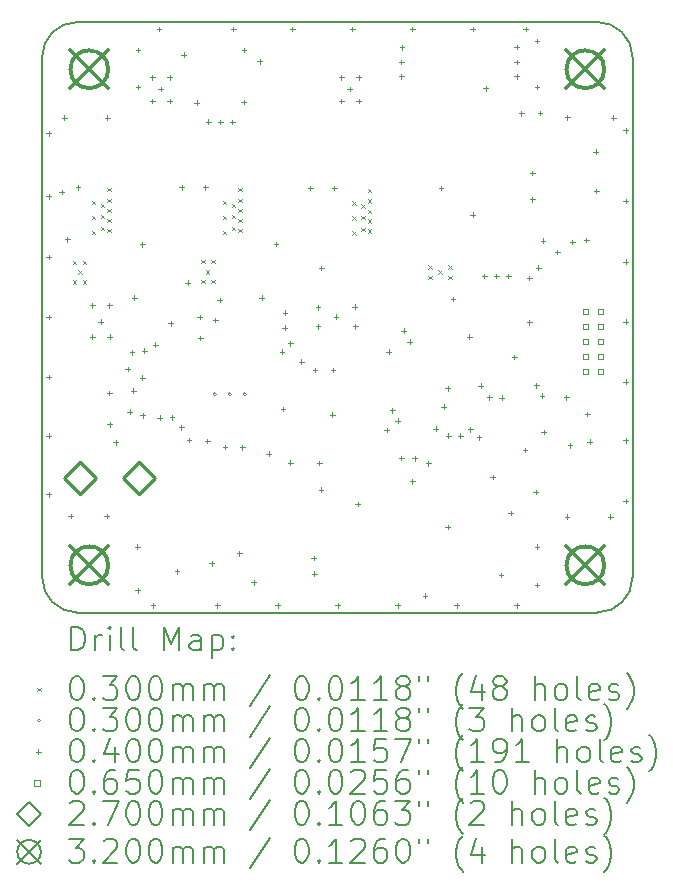
<source format=gbr>
%TF.GenerationSoftware,KiCad,Pcbnew,6.0.11-2627ca5db0~126~ubuntu20.04.1*%
%TF.CreationDate,2024-01-15T23:11:24+09:00*%
%TF.ProjectId,motor_driver,6d6f746f-725f-4647-9269-7665722e6b69,rev?*%
%TF.SameCoordinates,Original*%
%TF.FileFunction,Drillmap*%
%TF.FilePolarity,Positive*%
%FSLAX45Y45*%
G04 Gerber Fmt 4.5, Leading zero omitted, Abs format (unit mm)*
G04 Created by KiCad (PCBNEW 6.0.11-2627ca5db0~126~ubuntu20.04.1) date 2024-01-15 23:11:24*
%MOMM*%
%LPD*%
G01*
G04 APERTURE LIST*
%ADD10C,0.200000*%
%ADD11C,0.030000*%
%ADD12C,0.040000*%
%ADD13C,0.065000*%
%ADD14C,0.270000*%
%ADD15C,0.320000*%
G04 APERTURE END LIST*
D10*
X9352400Y-7531040D02*
G75*
G03*
X9052400Y-7831040I0J-300000D01*
G01*
X9052400Y-7831040D02*
X9052400Y-12231040D01*
X14052400Y-7831040D02*
G75*
G03*
X13752400Y-7531040I-300000J0D01*
G01*
X9352400Y-12531040D02*
X13752400Y-12531040D01*
X14052400Y-12231040D02*
X14052400Y-7831040D01*
X13752400Y-7531040D02*
X9352400Y-7531040D01*
X13752400Y-12531040D02*
G75*
G03*
X14052400Y-12231040I0J300000D01*
G01*
X9052400Y-12231040D02*
G75*
G03*
X9352400Y-12531040I300000J0D01*
G01*
D11*
X9311440Y-9550640D02*
X9341440Y-9580640D01*
X9341440Y-9550640D02*
X9311440Y-9580640D01*
X9311440Y-9718280D02*
X9341440Y-9748280D01*
X9341440Y-9718280D02*
X9311440Y-9748280D01*
X9357160Y-9631920D02*
X9387160Y-9661920D01*
X9387160Y-9631920D02*
X9357160Y-9661920D01*
X9397800Y-9550640D02*
X9427800Y-9580640D01*
X9427800Y-9550640D02*
X9397800Y-9580640D01*
X9397800Y-9718280D02*
X9427800Y-9748280D01*
X9427800Y-9718280D02*
X9397800Y-9748280D01*
X9474000Y-9042640D02*
X9504000Y-9072640D01*
X9504000Y-9042640D02*
X9474000Y-9072640D01*
X9474000Y-9169640D02*
X9504000Y-9199640D01*
X9504000Y-9169640D02*
X9474000Y-9199640D01*
X9474000Y-9296640D02*
X9504000Y-9326640D01*
X9504000Y-9296640D02*
X9474000Y-9326640D01*
X9550200Y-9068040D02*
X9580200Y-9098040D01*
X9580200Y-9068040D02*
X9550200Y-9098040D01*
X9550200Y-9164560D02*
X9580200Y-9194560D01*
X9580200Y-9164560D02*
X9550200Y-9194560D01*
X9550200Y-9266160D02*
X9580200Y-9296160D01*
X9580200Y-9266160D02*
X9550200Y-9296160D01*
X9606080Y-8935960D02*
X9636080Y-8965960D01*
X9636080Y-8935960D02*
X9606080Y-8965960D01*
X9606080Y-9027400D02*
X9636080Y-9057400D01*
X9636080Y-9027400D02*
X9606080Y-9057400D01*
X9606080Y-9113760D02*
X9636080Y-9143760D01*
X9636080Y-9113760D02*
X9606080Y-9143760D01*
X9606080Y-9195040D02*
X9636080Y-9225040D01*
X9636080Y-9195040D02*
X9606080Y-9225040D01*
X9606080Y-9281400D02*
X9636080Y-9311400D01*
X9636080Y-9281400D02*
X9606080Y-9311400D01*
X10398560Y-9545560D02*
X10428560Y-9575560D01*
X10428560Y-9545560D02*
X10398560Y-9575560D01*
X10398560Y-9713200D02*
X10428560Y-9743200D01*
X10428560Y-9713200D02*
X10398560Y-9743200D01*
X10439200Y-9631920D02*
X10469200Y-9661920D01*
X10469200Y-9631920D02*
X10439200Y-9661920D01*
X10484920Y-9545560D02*
X10514920Y-9575560D01*
X10514920Y-9545560D02*
X10484920Y-9575560D01*
X10484920Y-9713200D02*
X10514920Y-9743200D01*
X10514920Y-9713200D02*
X10484920Y-9743200D01*
X10581440Y-9042640D02*
X10611440Y-9072640D01*
X10611440Y-9042640D02*
X10581440Y-9072640D01*
X10581440Y-9169640D02*
X10611440Y-9199640D01*
X10611440Y-9169640D02*
X10581440Y-9199640D01*
X10581440Y-9296640D02*
X10611440Y-9326640D01*
X10611440Y-9296640D02*
X10581440Y-9326640D01*
X10657640Y-9068040D02*
X10687640Y-9098040D01*
X10687640Y-9068040D02*
X10657640Y-9098040D01*
X10657640Y-9164560D02*
X10687640Y-9194560D01*
X10687640Y-9164560D02*
X10657640Y-9194560D01*
X10657640Y-9266160D02*
X10687640Y-9296160D01*
X10687640Y-9266160D02*
X10657640Y-9296160D01*
X10713520Y-8935960D02*
X10743520Y-8965960D01*
X10743520Y-8935960D02*
X10713520Y-8965960D01*
X10713520Y-9027400D02*
X10743520Y-9057400D01*
X10743520Y-9027400D02*
X10713520Y-9057400D01*
X10713520Y-9113760D02*
X10743520Y-9143760D01*
X10743520Y-9113760D02*
X10713520Y-9143760D01*
X10713520Y-9195040D02*
X10743520Y-9225040D01*
X10743520Y-9195040D02*
X10713520Y-9225040D01*
X10713520Y-9281400D02*
X10743520Y-9311400D01*
X10743520Y-9281400D02*
X10713520Y-9311400D01*
X11678480Y-9047838D02*
X11708480Y-9077838D01*
X11708480Y-9047838D02*
X11678480Y-9077838D01*
X11678480Y-9174838D02*
X11708480Y-9204838D01*
X11708480Y-9174838D02*
X11678480Y-9204838D01*
X11678480Y-9301838D02*
X11708480Y-9331838D01*
X11708480Y-9301838D02*
X11678480Y-9331838D01*
X11754680Y-9073238D02*
X11784680Y-9103238D01*
X11784680Y-9073238D02*
X11754680Y-9103238D01*
X11754680Y-9169758D02*
X11784680Y-9199758D01*
X11784680Y-9169758D02*
X11754680Y-9199758D01*
X11754680Y-9271358D02*
X11784680Y-9301358D01*
X11784680Y-9271358D02*
X11754680Y-9301358D01*
X11810560Y-8941158D02*
X11840560Y-8971158D01*
X11840560Y-8941158D02*
X11810560Y-8971158D01*
X11810560Y-9032598D02*
X11840560Y-9062598D01*
X11840560Y-9032598D02*
X11810560Y-9062598D01*
X11810560Y-9118958D02*
X11840560Y-9148958D01*
X11840560Y-9118958D02*
X11810560Y-9148958D01*
X11810560Y-9200238D02*
X11840560Y-9230238D01*
X11840560Y-9200238D02*
X11810560Y-9230238D01*
X11810560Y-9286598D02*
X11840560Y-9316598D01*
X11840560Y-9286598D02*
X11810560Y-9316598D01*
X12324320Y-9591280D02*
X12354320Y-9621280D01*
X12354320Y-9591280D02*
X12324320Y-9621280D01*
X12324320Y-9677640D02*
X12354320Y-9707640D01*
X12354320Y-9677640D02*
X12324320Y-9707640D01*
X12405600Y-9631920D02*
X12435600Y-9661920D01*
X12435600Y-9631920D02*
X12405600Y-9661920D01*
X12491960Y-9591280D02*
X12521960Y-9621280D01*
X12521960Y-9591280D02*
X12491960Y-9621280D01*
X12491960Y-9677640D02*
X12521960Y-9707640D01*
X12521960Y-9677640D02*
X12491960Y-9707640D01*
X10528980Y-10683460D02*
G75*
G03*
X10528980Y-10683460I-15000J0D01*
G01*
X10655980Y-10683460D02*
G75*
G03*
X10655980Y-10683460I-15000J0D01*
G01*
X10782980Y-10683460D02*
G75*
G03*
X10782980Y-10683460I-15000J0D01*
G01*
D12*
X9108440Y-8453440D02*
X9108440Y-8493440D01*
X9088440Y-8473440D02*
X9128440Y-8473440D01*
X9108440Y-8986840D02*
X9108440Y-9026840D01*
X9088440Y-9006840D02*
X9128440Y-9006840D01*
X9108440Y-9499920D02*
X9108440Y-9539920D01*
X9088440Y-9519920D02*
X9128440Y-9519920D01*
X9108440Y-10007920D02*
X9108440Y-10047920D01*
X9088440Y-10027920D02*
X9128440Y-10027920D01*
X9108440Y-10515920D02*
X9108440Y-10555920D01*
X9088440Y-10535920D02*
X9128440Y-10535920D01*
X9108440Y-11013760D02*
X9108440Y-11053760D01*
X9088440Y-11033760D02*
X9128440Y-11033760D01*
X9108440Y-11511600D02*
X9108440Y-11551600D01*
X9088440Y-11531600D02*
X9128440Y-11531600D01*
X9220200Y-8951280D02*
X9220200Y-8991280D01*
X9200200Y-8971280D02*
X9240200Y-8971280D01*
X9240520Y-8321360D02*
X9240520Y-8361360D01*
X9220520Y-8341360D02*
X9260520Y-8341360D01*
X9265920Y-9352600D02*
X9265920Y-9392600D01*
X9245920Y-9372600D02*
X9285920Y-9372600D01*
X9296400Y-11694480D02*
X9296400Y-11734480D01*
X9276400Y-11714480D02*
X9316400Y-11714480D01*
X9296400Y-11694480D02*
X9296400Y-11734480D01*
X9276400Y-11714480D02*
X9316400Y-11714480D01*
X9357360Y-8910640D02*
X9357360Y-8950640D01*
X9337360Y-8930640D02*
X9377360Y-8930640D01*
X9479280Y-9911400D02*
X9479280Y-9951400D01*
X9459280Y-9931400D02*
X9499280Y-9931400D01*
X9479280Y-10175560D02*
X9479280Y-10215560D01*
X9459280Y-10195560D02*
X9499280Y-10195560D01*
X9550400Y-10048560D02*
X9550400Y-10088560D01*
X9530400Y-10068560D02*
X9570400Y-10068560D01*
X9601200Y-11694480D02*
X9601200Y-11734480D01*
X9581200Y-11714480D02*
X9621200Y-11714480D01*
X9606280Y-8321360D02*
X9606280Y-8361360D01*
X9586280Y-8341360D02*
X9626280Y-8341360D01*
X9621520Y-9911400D02*
X9621520Y-9951400D01*
X9601520Y-9931400D02*
X9641520Y-9931400D01*
X9621520Y-10653080D02*
X9621520Y-10693080D01*
X9601520Y-10673080D02*
X9641520Y-10673080D01*
X9626600Y-10175560D02*
X9626600Y-10215560D01*
X9606600Y-10195560D02*
X9646600Y-10195560D01*
X9626600Y-10917240D02*
X9626600Y-10957240D01*
X9606600Y-10937240D02*
X9646600Y-10937240D01*
X9677400Y-11069640D02*
X9677400Y-11109640D01*
X9657400Y-11089640D02*
X9697400Y-11089640D01*
X9779000Y-10449880D02*
X9779000Y-10489880D01*
X9759000Y-10469880D02*
X9799000Y-10469880D01*
X9794240Y-10810560D02*
X9794240Y-10850560D01*
X9774240Y-10830560D02*
X9814240Y-10830560D01*
X9814560Y-10307640D02*
X9814560Y-10347640D01*
X9794560Y-10327640D02*
X9834560Y-10327640D01*
X9824720Y-10632760D02*
X9824720Y-10672760D01*
X9804720Y-10652760D02*
X9844720Y-10652760D01*
X9834880Y-9845360D02*
X9834880Y-9885360D01*
X9814880Y-9865360D02*
X9854880Y-9865360D01*
X9860280Y-11953560D02*
X9860280Y-11993560D01*
X9840280Y-11973560D02*
X9880280Y-11973560D01*
X9862820Y-12321860D02*
X9862820Y-12361860D01*
X9842820Y-12341860D02*
X9882820Y-12341860D01*
X9865360Y-7747320D02*
X9865360Y-7787320D01*
X9845360Y-7767320D02*
X9885360Y-7767320D01*
X9865360Y-8062280D02*
X9865360Y-8102280D01*
X9845360Y-8082280D02*
X9885360Y-8082280D01*
X9900920Y-9393240D02*
X9900920Y-9433240D01*
X9880920Y-9413240D02*
X9920920Y-9413240D01*
X9900920Y-10522330D02*
X9900920Y-10562330D01*
X9880920Y-10542330D02*
X9920920Y-10542330D01*
X9906000Y-10841040D02*
X9906000Y-10881040D01*
X9886000Y-10861040D02*
X9926000Y-10861040D01*
X9919409Y-10293715D02*
X9919409Y-10333715D01*
X9899409Y-10313715D02*
X9939409Y-10313715D01*
X9987280Y-7981000D02*
X9987280Y-8021000D01*
X9967280Y-8001000D02*
X10007280Y-8001000D01*
X9987280Y-8179120D02*
X9987280Y-8219120D01*
X9967280Y-8199120D02*
X10007280Y-8199120D01*
X9992360Y-12451400D02*
X9992360Y-12491400D01*
X9972360Y-12471400D02*
X10012360Y-12471400D01*
X10010140Y-10244140D02*
X10010140Y-10284140D01*
X9990140Y-10264140D02*
X10030140Y-10264140D01*
X10043160Y-7569520D02*
X10043160Y-7609520D01*
X10023160Y-7589520D02*
X10063160Y-7589520D01*
X10048240Y-10861360D02*
X10048240Y-10901360D01*
X10028240Y-10881360D02*
X10068240Y-10881360D01*
X10058400Y-8077520D02*
X10058400Y-8117520D01*
X10038400Y-8097520D02*
X10078400Y-8097520D01*
X10134600Y-7981000D02*
X10134600Y-8021000D01*
X10114600Y-8001000D02*
X10154600Y-8001000D01*
X10134600Y-8179120D02*
X10134600Y-8219120D01*
X10114600Y-8199120D02*
X10154600Y-8199120D01*
X10141414Y-10062066D02*
X10141414Y-10102066D01*
X10121414Y-10082066D02*
X10161414Y-10082066D01*
X10152563Y-10857263D02*
X10152563Y-10897263D01*
X10132563Y-10877263D02*
X10172563Y-10877263D01*
X10195560Y-12161840D02*
X10195560Y-12201840D01*
X10175560Y-12181840D02*
X10215560Y-12181840D01*
X10232658Y-10941430D02*
X10232658Y-10981430D01*
X10212658Y-10961430D02*
X10252658Y-10961430D01*
X10236200Y-8910640D02*
X10236200Y-8950640D01*
X10216200Y-8930640D02*
X10256200Y-8930640D01*
X10251440Y-7787960D02*
X10251440Y-7827960D01*
X10231440Y-7807960D02*
X10271440Y-7807960D01*
X10287000Y-9718360D02*
X10287000Y-9758360D01*
X10267000Y-9738360D02*
X10307000Y-9738360D01*
X10297160Y-11049320D02*
X10297160Y-11089320D01*
X10277160Y-11069320D02*
X10317160Y-11069320D01*
X10363200Y-8194360D02*
X10363200Y-8234360D01*
X10343200Y-8214360D02*
X10383200Y-8214360D01*
X10388600Y-10007920D02*
X10388600Y-10047920D01*
X10368600Y-10027920D02*
X10408600Y-10027920D01*
X10392943Y-10186457D02*
X10392943Y-10226457D01*
X10372943Y-10206457D02*
X10412943Y-10206457D01*
X10434320Y-8910640D02*
X10434320Y-8950640D01*
X10414320Y-8930640D02*
X10454320Y-8930640D01*
X10451980Y-11058703D02*
X10451980Y-11098703D01*
X10431980Y-11078703D02*
X10471980Y-11078703D01*
X10461040Y-8355360D02*
X10461040Y-8395360D01*
X10441040Y-8375360D02*
X10481040Y-8375360D01*
X10490200Y-12095800D02*
X10490200Y-12135800D01*
X10470200Y-12115800D02*
X10510200Y-12115800D01*
X10520680Y-10033320D02*
X10520680Y-10073320D01*
X10500680Y-10053320D02*
X10540680Y-10053320D01*
X10535920Y-12451400D02*
X10535920Y-12491400D01*
X10515920Y-12471400D02*
X10555920Y-12471400D01*
X10556240Y-9865680D02*
X10556240Y-9905680D01*
X10536240Y-9885680D02*
X10576240Y-9885680D01*
X10561320Y-8356920D02*
X10561320Y-8396920D01*
X10541320Y-8376920D02*
X10581320Y-8376920D01*
X10601960Y-11110280D02*
X10601960Y-11150280D01*
X10581960Y-11130280D02*
X10621960Y-11130280D01*
X10662920Y-8356920D02*
X10662920Y-8396920D01*
X10642920Y-8376920D02*
X10682920Y-8376920D01*
X10673080Y-7569520D02*
X10673080Y-7609520D01*
X10653080Y-7589520D02*
X10693080Y-7589520D01*
X10723880Y-12009440D02*
X10723880Y-12049440D01*
X10703880Y-12029440D02*
X10743880Y-12029440D01*
X10748633Y-11113259D02*
X10748633Y-11153259D01*
X10728633Y-11133259D02*
X10768633Y-11133259D01*
X10759440Y-8189280D02*
X10759440Y-8229280D01*
X10739440Y-8209280D02*
X10779440Y-8209280D01*
X10761430Y-7748840D02*
X10761430Y-7788840D01*
X10741430Y-7768840D02*
X10781430Y-7768840D01*
X10844980Y-12254100D02*
X10844980Y-12294100D01*
X10824980Y-12274100D02*
X10864980Y-12274100D01*
X10896600Y-7843840D02*
X10896600Y-7883840D01*
X10876600Y-7863840D02*
X10916600Y-7863840D01*
X10911840Y-9845360D02*
X10911840Y-9885360D01*
X10891840Y-9865360D02*
X10931840Y-9865360D01*
X10972800Y-11167490D02*
X10972800Y-11207490D01*
X10952800Y-11187490D02*
X10992800Y-11187490D01*
X11033760Y-9391910D02*
X11033760Y-9431910D01*
X11013760Y-9411910D02*
X11053760Y-9411910D01*
X11049000Y-12451400D02*
X11049000Y-12491400D01*
X11029000Y-12471400D02*
X11069000Y-12471400D01*
X11084990Y-10302130D02*
X11084990Y-10342130D01*
X11064990Y-10322130D02*
X11104990Y-10322130D01*
X11091697Y-10788460D02*
X11091697Y-10828460D01*
X11071697Y-10808460D02*
X11111697Y-10808460D01*
X11108128Y-10099281D02*
X11108128Y-10139281D01*
X11088128Y-10119281D02*
X11128128Y-10119281D01*
X11109960Y-9972360D02*
X11109960Y-10012360D01*
X11089960Y-9992360D02*
X11129960Y-9992360D01*
X11155680Y-10231440D02*
X11155680Y-10271440D01*
X11135680Y-10251440D02*
X11175680Y-10251440D01*
X11155680Y-11242360D02*
X11155680Y-11282360D01*
X11135680Y-11262360D02*
X11175680Y-11262360D01*
X11170920Y-7569520D02*
X11170920Y-7609520D01*
X11150920Y-7589520D02*
X11190920Y-7589520D01*
X11247313Y-10387590D02*
X11247313Y-10427590D01*
X11227313Y-10407590D02*
X11267313Y-10407590D01*
X11323320Y-8915720D02*
X11323320Y-8955720D01*
X11303320Y-8935720D02*
X11343320Y-8935720D01*
X11353800Y-12050080D02*
X11353800Y-12090080D01*
X11333800Y-12070080D02*
X11373800Y-12070080D01*
X11358880Y-12182160D02*
X11358880Y-12222160D01*
X11338880Y-12202160D02*
X11378880Y-12202160D01*
X11363960Y-10458710D02*
X11363960Y-10498710D01*
X11343960Y-10478710D02*
X11383960Y-10478710D01*
X11389360Y-10089200D02*
X11389360Y-10129200D01*
X11369360Y-10109200D02*
X11409360Y-10109200D01*
X11389807Y-9927052D02*
X11389807Y-9967052D01*
X11369807Y-9947052D02*
X11409807Y-9947052D01*
X11401500Y-11246110D02*
X11401500Y-11286110D01*
X11381500Y-11266110D02*
X11421500Y-11266110D01*
X11414283Y-11472290D02*
X11414283Y-11512290D01*
X11394283Y-11492290D02*
X11434283Y-11492290D01*
X11416840Y-9593440D02*
X11416840Y-9633440D01*
X11396840Y-9613440D02*
X11436840Y-9613440D01*
X11511280Y-10835960D02*
X11511280Y-10875960D01*
X11491280Y-10855960D02*
X11531280Y-10855960D01*
X11516360Y-10458710D02*
X11516360Y-10498710D01*
X11496360Y-10478710D02*
X11536360Y-10478710D01*
X11526520Y-8915720D02*
X11526520Y-8955720D01*
X11506520Y-8935720D02*
X11546520Y-8935720D01*
X11541760Y-10005380D02*
X11541760Y-10045380D01*
X11521760Y-10025380D02*
X11561760Y-10025380D01*
X11557000Y-12451400D02*
X11557000Y-12491400D01*
X11537000Y-12471400D02*
X11577000Y-12471400D01*
X11587480Y-7981000D02*
X11587480Y-8021000D01*
X11567480Y-8001000D02*
X11607480Y-8001000D01*
X11587480Y-8179120D02*
X11587480Y-8219120D01*
X11567480Y-8199120D02*
X11607480Y-8199120D01*
X11658600Y-8077520D02*
X11658600Y-8117520D01*
X11638600Y-8097520D02*
X11678600Y-8097520D01*
X11678920Y-7569520D02*
X11678920Y-7609520D01*
X11658920Y-7589520D02*
X11698920Y-7589520D01*
X11699240Y-9921560D02*
X11699240Y-9961560D01*
X11679240Y-9941560D02*
X11719240Y-9941560D01*
X11704320Y-10089200D02*
X11704320Y-10129200D01*
X11684320Y-10109200D02*
X11724320Y-10109200D01*
X11724640Y-11592880D02*
X11724640Y-11632880D01*
X11704640Y-11612880D02*
X11744640Y-11612880D01*
X11734800Y-7981000D02*
X11734800Y-8021000D01*
X11714800Y-8001000D02*
X11754800Y-8001000D01*
X11734800Y-8179120D02*
X11734800Y-8219120D01*
X11714800Y-8199120D02*
X11754800Y-8199120D01*
X11971948Y-10965477D02*
X11971948Y-11005477D01*
X11951948Y-10985477D02*
X11991948Y-10985477D01*
X11988800Y-10302560D02*
X11988800Y-10342560D01*
X11968800Y-10322560D02*
X12008800Y-10322560D01*
X12017666Y-10798729D02*
X12017666Y-10838729D01*
X11997666Y-10818729D02*
X12037666Y-10818729D01*
X12065000Y-10886760D02*
X12065000Y-10926760D01*
X12045000Y-10906760D02*
X12085000Y-10906760D01*
X12065000Y-12451400D02*
X12065000Y-12491400D01*
X12045000Y-12471400D02*
X12085000Y-12471400D01*
X12094347Y-11201510D02*
X12094347Y-11241510D01*
X12074347Y-11221510D02*
X12114347Y-11221510D01*
X12095480Y-7848920D02*
X12095480Y-7888920D01*
X12075480Y-7868920D02*
X12115480Y-7868920D01*
X12095480Y-7970840D02*
X12095480Y-8010840D01*
X12075480Y-7990840D02*
X12115480Y-7990840D01*
X12100560Y-7727000D02*
X12100560Y-7767000D01*
X12080560Y-7747000D02*
X12120560Y-7747000D01*
X12115800Y-10124760D02*
X12115800Y-10164760D01*
X12095800Y-10144760D02*
X12135800Y-10144760D01*
X12164147Y-10218592D02*
X12164147Y-10258592D01*
X12144147Y-10238592D02*
X12184147Y-10238592D01*
X12186920Y-7569520D02*
X12186920Y-7609520D01*
X12166920Y-7589520D02*
X12206920Y-7589520D01*
X12186920Y-11399840D02*
X12186920Y-11439840D01*
X12166920Y-11419840D02*
X12206920Y-11419840D01*
X12207240Y-11206800D02*
X12207240Y-11246800D01*
X12187240Y-11226800D02*
X12227240Y-11226800D01*
X12295710Y-12368010D02*
X12295710Y-12408010D01*
X12275710Y-12388010D02*
X12315710Y-12388010D01*
X12323090Y-11247440D02*
X12323090Y-11287440D01*
X12303090Y-11267440D02*
X12343090Y-11267440D01*
X12386114Y-10952973D02*
X12386114Y-10992973D01*
X12366114Y-10972973D02*
X12406114Y-10972973D01*
X12430760Y-8915720D02*
X12430760Y-8955720D01*
X12410760Y-8935720D02*
X12450760Y-8935720D01*
X12453836Y-10768024D02*
X12453836Y-10808024D01*
X12433836Y-10788024D02*
X12473836Y-10788024D01*
X12486640Y-10612440D02*
X12486640Y-10652440D01*
X12466640Y-10632440D02*
X12506640Y-10632440D01*
X12486640Y-11785920D02*
X12486640Y-11825920D01*
X12466640Y-11805920D02*
X12506640Y-11805920D01*
X12493250Y-11012430D02*
X12493250Y-11052430D01*
X12473250Y-11032430D02*
X12513250Y-11032430D01*
X12532360Y-9855520D02*
X12532360Y-9895520D01*
X12512360Y-9875520D02*
X12552360Y-9875520D01*
X12562840Y-12451400D02*
X12562840Y-12491400D01*
X12542840Y-12471400D02*
X12582840Y-12471400D01*
X12593200Y-11012430D02*
X12593200Y-11052430D01*
X12573200Y-11032430D02*
X12613200Y-11032430D01*
X12669520Y-10175560D02*
X12669520Y-10215560D01*
X12649520Y-10195560D02*
X12689520Y-10195560D01*
X12678567Y-10960444D02*
X12678567Y-11000444D01*
X12658567Y-10980444D02*
X12698567Y-10980444D01*
X12697460Y-9141780D02*
X12697460Y-9181780D01*
X12677460Y-9161780D02*
X12717460Y-9161780D01*
X12700000Y-7569520D02*
X12700000Y-7609520D01*
X12680000Y-7589520D02*
X12720000Y-7589520D01*
X12752130Y-11028392D02*
X12752130Y-11068392D01*
X12732130Y-11048392D02*
X12772130Y-11048392D01*
X12765889Y-10591109D02*
X12765889Y-10631109D01*
X12745889Y-10611109D02*
X12785889Y-10611109D01*
X12796520Y-9662480D02*
X12796520Y-9702480D01*
X12776520Y-9682480D02*
X12816520Y-9682480D01*
X12808160Y-8073920D02*
X12808160Y-8113920D01*
X12788160Y-8093920D02*
X12828160Y-8093920D01*
X12838339Y-10688210D02*
X12838339Y-10728210D01*
X12818339Y-10708210D02*
X12858339Y-10708210D01*
X12867640Y-11364280D02*
X12867640Y-11404280D01*
X12847640Y-11384280D02*
X12887640Y-11384280D01*
X12898120Y-9662480D02*
X12898120Y-9702480D01*
X12878120Y-9682480D02*
X12918120Y-9682480D01*
X12938760Y-12192320D02*
X12938760Y-12232320D01*
X12918760Y-12212320D02*
X12958760Y-12212320D01*
X12945074Y-10692486D02*
X12945074Y-10732486D01*
X12925074Y-10712486D02*
X12965074Y-10712486D01*
X12999720Y-9662480D02*
X12999720Y-9702480D01*
X12979720Y-9682480D02*
X13019720Y-9682480D01*
X13020040Y-11669080D02*
X13020040Y-11709080D01*
X13000040Y-11689080D02*
X13040040Y-11689080D01*
X13050520Y-10348280D02*
X13050520Y-10388280D01*
X13030520Y-10368280D02*
X13070520Y-10368280D01*
X13070840Y-7721920D02*
X13070840Y-7761920D01*
X13050840Y-7741920D02*
X13090840Y-7741920D01*
X13070840Y-7848920D02*
X13070840Y-7888920D01*
X13050840Y-7868920D02*
X13090840Y-7868920D01*
X13070840Y-7970840D02*
X13070840Y-8010840D01*
X13050840Y-7990840D02*
X13090840Y-7990840D01*
X13070840Y-12451400D02*
X13070840Y-12491400D01*
X13050840Y-12471400D02*
X13090840Y-12471400D01*
X13111480Y-8285800D02*
X13111480Y-8325800D01*
X13091480Y-8305800D02*
X13131480Y-8305800D01*
X13141960Y-11135680D02*
X13141960Y-11175680D01*
X13121960Y-11155680D02*
X13161960Y-11155680D01*
X13147040Y-7569520D02*
X13147040Y-7609520D01*
X13127040Y-7589520D02*
X13167040Y-7589520D01*
X13177520Y-9677720D02*
X13177520Y-9717720D01*
X13157520Y-9697720D02*
X13197520Y-9697720D01*
X13177520Y-10053640D02*
X13177520Y-10093640D01*
X13157520Y-10073640D02*
X13197520Y-10073640D01*
X13202920Y-9012240D02*
X13202920Y-9052240D01*
X13182920Y-9032240D02*
X13222920Y-9032240D01*
X13204440Y-8788720D02*
X13204440Y-8828720D01*
X13184440Y-8808720D02*
X13224440Y-8808720D01*
X13233400Y-11491280D02*
X13233400Y-11531280D01*
X13213400Y-11511280D02*
X13253400Y-11511280D01*
X13238480Y-10587040D02*
X13238480Y-10627040D01*
X13218480Y-10607040D02*
X13258480Y-10607040D01*
X13243560Y-7671120D02*
X13243560Y-7711120D01*
X13223560Y-7691120D02*
X13263560Y-7691120D01*
X13243560Y-8062280D02*
X13243560Y-8102280D01*
X13223560Y-8082280D02*
X13263560Y-8082280D01*
X13243560Y-11953560D02*
X13243560Y-11993560D01*
X13223560Y-11973560D02*
X13263560Y-11973560D01*
X13243560Y-12278680D02*
X13243560Y-12318680D01*
X13223560Y-12298680D02*
X13263560Y-12298680D01*
X13253720Y-9591360D02*
X13253720Y-9631360D01*
X13233720Y-9611360D02*
X13273720Y-9611360D01*
X13268960Y-8280720D02*
X13268960Y-8320720D01*
X13248960Y-8300720D02*
X13288960Y-8300720D01*
X13285245Y-10675375D02*
X13285245Y-10715375D01*
X13265245Y-10695375D02*
X13305245Y-10695375D01*
X13294360Y-9362760D02*
X13294360Y-9402760D01*
X13274360Y-9382760D02*
X13314360Y-9382760D01*
X13299440Y-10983280D02*
X13299440Y-11023280D01*
X13279440Y-11003280D02*
X13319440Y-11003280D01*
X13416280Y-9459280D02*
X13416280Y-9499280D01*
X13396280Y-9479280D02*
X13436280Y-9479280D01*
X13492480Y-10688640D02*
X13492480Y-10728640D01*
X13472480Y-10708640D02*
X13512480Y-10708640D01*
X13497560Y-11699560D02*
X13497560Y-11739560D01*
X13477560Y-11719560D02*
X13517560Y-11719560D01*
X13500100Y-8318820D02*
X13500100Y-8358820D01*
X13480100Y-8338820D02*
X13520100Y-8338820D01*
X13522960Y-11095040D02*
X13522960Y-11135040D01*
X13502960Y-11115040D02*
X13542960Y-11115040D01*
X13543280Y-9372920D02*
X13543280Y-9412920D01*
X13523280Y-9392920D02*
X13563280Y-9392920D01*
X13660120Y-9357680D02*
X13660120Y-9397680D01*
X13640120Y-9377680D02*
X13680120Y-9377680D01*
X13670280Y-10830880D02*
X13670280Y-10870880D01*
X13650280Y-10850880D02*
X13690280Y-10850880D01*
X13690600Y-11064560D02*
X13690600Y-11104560D01*
X13670600Y-11084560D02*
X13710600Y-11084560D01*
X13739760Y-8610060D02*
X13739760Y-8650060D01*
X13719760Y-8630060D02*
X13759760Y-8630060D01*
X13746480Y-8941120D02*
X13746480Y-8981120D01*
X13726480Y-8961120D02*
X13766480Y-8961120D01*
X13863320Y-11699560D02*
X13863320Y-11739560D01*
X13843320Y-11719560D02*
X13883320Y-11719560D01*
X13888720Y-8321360D02*
X13888720Y-8361360D01*
X13868720Y-8341360D02*
X13908720Y-8341360D01*
X13995400Y-8428040D02*
X13995400Y-8468040D01*
X13975400Y-8448040D02*
X14015400Y-8448040D01*
X13995400Y-9027480D02*
X13995400Y-9067480D01*
X13975400Y-9047480D02*
X14015400Y-9047480D01*
X13995400Y-9540560D02*
X13995400Y-9580560D01*
X13975400Y-9560560D02*
X14015400Y-9560560D01*
X13995400Y-10048560D02*
X13995400Y-10088560D01*
X13975400Y-10068560D02*
X14015400Y-10068560D01*
X13995400Y-10556560D02*
X13995400Y-10596560D01*
X13975400Y-10576560D02*
X14015400Y-10576560D01*
X13995400Y-11054400D02*
X13995400Y-11094400D01*
X13975400Y-11074400D02*
X14015400Y-11074400D01*
X13995400Y-11567480D02*
X13995400Y-11607480D01*
X13975400Y-11587480D02*
X14015400Y-11587480D01*
D13*
X13678021Y-10005181D02*
X13678021Y-9959219D01*
X13632059Y-9959219D01*
X13632059Y-10005181D01*
X13678021Y-10005181D01*
X13678021Y-10132181D02*
X13678021Y-10086219D01*
X13632059Y-10086219D01*
X13632059Y-10132181D01*
X13678021Y-10132181D01*
X13678021Y-10259181D02*
X13678021Y-10213219D01*
X13632059Y-10213219D01*
X13632059Y-10259181D01*
X13678021Y-10259181D01*
X13678021Y-10386181D02*
X13678021Y-10340219D01*
X13632059Y-10340219D01*
X13632059Y-10386181D01*
X13678021Y-10386181D01*
X13678021Y-10513181D02*
X13678021Y-10467219D01*
X13632059Y-10467219D01*
X13632059Y-10513181D01*
X13678021Y-10513181D01*
X13805021Y-10005181D02*
X13805021Y-9959219D01*
X13759059Y-9959219D01*
X13759059Y-10005181D01*
X13805021Y-10005181D01*
X13805021Y-10132181D02*
X13805021Y-10086219D01*
X13759059Y-10086219D01*
X13759059Y-10132181D01*
X13805021Y-10132181D01*
X13805021Y-10259181D02*
X13805021Y-10213219D01*
X13759059Y-10213219D01*
X13759059Y-10259181D01*
X13805021Y-10259181D01*
X13805021Y-10386181D02*
X13805021Y-10340219D01*
X13759059Y-10340219D01*
X13759059Y-10386181D01*
X13805021Y-10386181D01*
X13805021Y-10513181D02*
X13805021Y-10467219D01*
X13759059Y-10467219D01*
X13759059Y-10513181D01*
X13805021Y-10513181D01*
D14*
X9371520Y-11524360D02*
X9506520Y-11389360D01*
X9371520Y-11254360D01*
X9236520Y-11389360D01*
X9371520Y-11524360D01*
X9871520Y-11524360D02*
X10006520Y-11389360D01*
X9871520Y-11254360D01*
X9736520Y-11389360D01*
X9871520Y-11524360D01*
D15*
X9292400Y-7771040D02*
X9612400Y-8091040D01*
X9612400Y-7771040D02*
X9292400Y-8091040D01*
X9612400Y-7931040D02*
G75*
G03*
X9612400Y-7931040I-160000J0D01*
G01*
X9292400Y-11971040D02*
X9612400Y-12291040D01*
X9612400Y-11971040D02*
X9292400Y-12291040D01*
X9612400Y-12131040D02*
G75*
G03*
X9612400Y-12131040I-160000J0D01*
G01*
X13492400Y-7771040D02*
X13812400Y-8091040D01*
X13812400Y-7771040D02*
X13492400Y-8091040D01*
X13812400Y-7931040D02*
G75*
G03*
X13812400Y-7931040I-160000J0D01*
G01*
X13492400Y-11971040D02*
X13812400Y-12291040D01*
X13812400Y-11971040D02*
X13492400Y-12291040D01*
X13812400Y-12131040D02*
G75*
G03*
X13812400Y-12131040I-160000J0D01*
G01*
D10*
X9300019Y-12851516D02*
X9300019Y-12651516D01*
X9347638Y-12651516D01*
X9376210Y-12661040D01*
X9395257Y-12680088D01*
X9404781Y-12699135D01*
X9414305Y-12737230D01*
X9414305Y-12765802D01*
X9404781Y-12803897D01*
X9395257Y-12822945D01*
X9376210Y-12841992D01*
X9347638Y-12851516D01*
X9300019Y-12851516D01*
X9500019Y-12851516D02*
X9500019Y-12718183D01*
X9500019Y-12756278D02*
X9509543Y-12737230D01*
X9519067Y-12727707D01*
X9538114Y-12718183D01*
X9557162Y-12718183D01*
X9623829Y-12851516D02*
X9623829Y-12718183D01*
X9623829Y-12651516D02*
X9614305Y-12661040D01*
X9623829Y-12670564D01*
X9633352Y-12661040D01*
X9623829Y-12651516D01*
X9623829Y-12670564D01*
X9747638Y-12851516D02*
X9728590Y-12841992D01*
X9719067Y-12822945D01*
X9719067Y-12651516D01*
X9852400Y-12851516D02*
X9833352Y-12841992D01*
X9823829Y-12822945D01*
X9823829Y-12651516D01*
X10080971Y-12851516D02*
X10080971Y-12651516D01*
X10147638Y-12794373D01*
X10214305Y-12651516D01*
X10214305Y-12851516D01*
X10395257Y-12851516D02*
X10395257Y-12746754D01*
X10385733Y-12727707D01*
X10366686Y-12718183D01*
X10328590Y-12718183D01*
X10309543Y-12727707D01*
X10395257Y-12841992D02*
X10376210Y-12851516D01*
X10328590Y-12851516D01*
X10309543Y-12841992D01*
X10300019Y-12822945D01*
X10300019Y-12803897D01*
X10309543Y-12784849D01*
X10328590Y-12775326D01*
X10376210Y-12775326D01*
X10395257Y-12765802D01*
X10490495Y-12718183D02*
X10490495Y-12918183D01*
X10490495Y-12727707D02*
X10509543Y-12718183D01*
X10547638Y-12718183D01*
X10566686Y-12727707D01*
X10576210Y-12737230D01*
X10585733Y-12756278D01*
X10585733Y-12813421D01*
X10576210Y-12832468D01*
X10566686Y-12841992D01*
X10547638Y-12851516D01*
X10509543Y-12851516D01*
X10490495Y-12841992D01*
X10671448Y-12832468D02*
X10680971Y-12841992D01*
X10671448Y-12851516D01*
X10661924Y-12841992D01*
X10671448Y-12832468D01*
X10671448Y-12851516D01*
X10671448Y-12727707D02*
X10680971Y-12737230D01*
X10671448Y-12746754D01*
X10661924Y-12737230D01*
X10671448Y-12727707D01*
X10671448Y-12746754D01*
D11*
X9012400Y-13166040D02*
X9042400Y-13196040D01*
X9042400Y-13166040D02*
X9012400Y-13196040D01*
D10*
X9338114Y-13071516D02*
X9357162Y-13071516D01*
X9376210Y-13081040D01*
X9385733Y-13090564D01*
X9395257Y-13109611D01*
X9404781Y-13147707D01*
X9404781Y-13195326D01*
X9395257Y-13233421D01*
X9385733Y-13252468D01*
X9376210Y-13261992D01*
X9357162Y-13271516D01*
X9338114Y-13271516D01*
X9319067Y-13261992D01*
X9309543Y-13252468D01*
X9300019Y-13233421D01*
X9290495Y-13195326D01*
X9290495Y-13147707D01*
X9300019Y-13109611D01*
X9309543Y-13090564D01*
X9319067Y-13081040D01*
X9338114Y-13071516D01*
X9490495Y-13252468D02*
X9500019Y-13261992D01*
X9490495Y-13271516D01*
X9480971Y-13261992D01*
X9490495Y-13252468D01*
X9490495Y-13271516D01*
X9566686Y-13071516D02*
X9690495Y-13071516D01*
X9623829Y-13147707D01*
X9652400Y-13147707D01*
X9671448Y-13157230D01*
X9680971Y-13166754D01*
X9690495Y-13185802D01*
X9690495Y-13233421D01*
X9680971Y-13252468D01*
X9671448Y-13261992D01*
X9652400Y-13271516D01*
X9595257Y-13271516D01*
X9576210Y-13261992D01*
X9566686Y-13252468D01*
X9814305Y-13071516D02*
X9833352Y-13071516D01*
X9852400Y-13081040D01*
X9861924Y-13090564D01*
X9871448Y-13109611D01*
X9880971Y-13147707D01*
X9880971Y-13195326D01*
X9871448Y-13233421D01*
X9861924Y-13252468D01*
X9852400Y-13261992D01*
X9833352Y-13271516D01*
X9814305Y-13271516D01*
X9795257Y-13261992D01*
X9785733Y-13252468D01*
X9776210Y-13233421D01*
X9766686Y-13195326D01*
X9766686Y-13147707D01*
X9776210Y-13109611D01*
X9785733Y-13090564D01*
X9795257Y-13081040D01*
X9814305Y-13071516D01*
X10004781Y-13071516D02*
X10023829Y-13071516D01*
X10042876Y-13081040D01*
X10052400Y-13090564D01*
X10061924Y-13109611D01*
X10071448Y-13147707D01*
X10071448Y-13195326D01*
X10061924Y-13233421D01*
X10052400Y-13252468D01*
X10042876Y-13261992D01*
X10023829Y-13271516D01*
X10004781Y-13271516D01*
X9985733Y-13261992D01*
X9976210Y-13252468D01*
X9966686Y-13233421D01*
X9957162Y-13195326D01*
X9957162Y-13147707D01*
X9966686Y-13109611D01*
X9976210Y-13090564D01*
X9985733Y-13081040D01*
X10004781Y-13071516D01*
X10157162Y-13271516D02*
X10157162Y-13138183D01*
X10157162Y-13157230D02*
X10166686Y-13147707D01*
X10185733Y-13138183D01*
X10214305Y-13138183D01*
X10233352Y-13147707D01*
X10242876Y-13166754D01*
X10242876Y-13271516D01*
X10242876Y-13166754D02*
X10252400Y-13147707D01*
X10271448Y-13138183D01*
X10300019Y-13138183D01*
X10319067Y-13147707D01*
X10328590Y-13166754D01*
X10328590Y-13271516D01*
X10423829Y-13271516D02*
X10423829Y-13138183D01*
X10423829Y-13157230D02*
X10433352Y-13147707D01*
X10452400Y-13138183D01*
X10480971Y-13138183D01*
X10500019Y-13147707D01*
X10509543Y-13166754D01*
X10509543Y-13271516D01*
X10509543Y-13166754D02*
X10519067Y-13147707D01*
X10538114Y-13138183D01*
X10566686Y-13138183D01*
X10585733Y-13147707D01*
X10595257Y-13166754D01*
X10595257Y-13271516D01*
X10985733Y-13061992D02*
X10814305Y-13319135D01*
X11242876Y-13071516D02*
X11261924Y-13071516D01*
X11280971Y-13081040D01*
X11290495Y-13090564D01*
X11300019Y-13109611D01*
X11309543Y-13147707D01*
X11309543Y-13195326D01*
X11300019Y-13233421D01*
X11290495Y-13252468D01*
X11280971Y-13261992D01*
X11261924Y-13271516D01*
X11242876Y-13271516D01*
X11223828Y-13261992D01*
X11214305Y-13252468D01*
X11204781Y-13233421D01*
X11195257Y-13195326D01*
X11195257Y-13147707D01*
X11204781Y-13109611D01*
X11214305Y-13090564D01*
X11223828Y-13081040D01*
X11242876Y-13071516D01*
X11395257Y-13252468D02*
X11404781Y-13261992D01*
X11395257Y-13271516D01*
X11385733Y-13261992D01*
X11395257Y-13252468D01*
X11395257Y-13271516D01*
X11528590Y-13071516D02*
X11547638Y-13071516D01*
X11566686Y-13081040D01*
X11576209Y-13090564D01*
X11585733Y-13109611D01*
X11595257Y-13147707D01*
X11595257Y-13195326D01*
X11585733Y-13233421D01*
X11576209Y-13252468D01*
X11566686Y-13261992D01*
X11547638Y-13271516D01*
X11528590Y-13271516D01*
X11509543Y-13261992D01*
X11500019Y-13252468D01*
X11490495Y-13233421D01*
X11480971Y-13195326D01*
X11480971Y-13147707D01*
X11490495Y-13109611D01*
X11500019Y-13090564D01*
X11509543Y-13081040D01*
X11528590Y-13071516D01*
X11785733Y-13271516D02*
X11671448Y-13271516D01*
X11728590Y-13271516D02*
X11728590Y-13071516D01*
X11709543Y-13100088D01*
X11690495Y-13119135D01*
X11671448Y-13128659D01*
X11976209Y-13271516D02*
X11861924Y-13271516D01*
X11919067Y-13271516D02*
X11919067Y-13071516D01*
X11900019Y-13100088D01*
X11880971Y-13119135D01*
X11861924Y-13128659D01*
X12090495Y-13157230D02*
X12071448Y-13147707D01*
X12061924Y-13138183D01*
X12052400Y-13119135D01*
X12052400Y-13109611D01*
X12061924Y-13090564D01*
X12071448Y-13081040D01*
X12090495Y-13071516D01*
X12128590Y-13071516D01*
X12147638Y-13081040D01*
X12157162Y-13090564D01*
X12166686Y-13109611D01*
X12166686Y-13119135D01*
X12157162Y-13138183D01*
X12147638Y-13147707D01*
X12128590Y-13157230D01*
X12090495Y-13157230D01*
X12071448Y-13166754D01*
X12061924Y-13176278D01*
X12052400Y-13195326D01*
X12052400Y-13233421D01*
X12061924Y-13252468D01*
X12071448Y-13261992D01*
X12090495Y-13271516D01*
X12128590Y-13271516D01*
X12147638Y-13261992D01*
X12157162Y-13252468D01*
X12166686Y-13233421D01*
X12166686Y-13195326D01*
X12157162Y-13176278D01*
X12147638Y-13166754D01*
X12128590Y-13157230D01*
X12242876Y-13071516D02*
X12242876Y-13109611D01*
X12319067Y-13071516D02*
X12319067Y-13109611D01*
X12614305Y-13347707D02*
X12604781Y-13338183D01*
X12585733Y-13309611D01*
X12576209Y-13290564D01*
X12566686Y-13261992D01*
X12557162Y-13214373D01*
X12557162Y-13176278D01*
X12566686Y-13128659D01*
X12576209Y-13100088D01*
X12585733Y-13081040D01*
X12604781Y-13052468D01*
X12614305Y-13042945D01*
X12776209Y-13138183D02*
X12776209Y-13271516D01*
X12728590Y-13061992D02*
X12680971Y-13204849D01*
X12804781Y-13204849D01*
X12909543Y-13157230D02*
X12890495Y-13147707D01*
X12880971Y-13138183D01*
X12871448Y-13119135D01*
X12871448Y-13109611D01*
X12880971Y-13090564D01*
X12890495Y-13081040D01*
X12909543Y-13071516D01*
X12947638Y-13071516D01*
X12966686Y-13081040D01*
X12976209Y-13090564D01*
X12985733Y-13109611D01*
X12985733Y-13119135D01*
X12976209Y-13138183D01*
X12966686Y-13147707D01*
X12947638Y-13157230D01*
X12909543Y-13157230D01*
X12890495Y-13166754D01*
X12880971Y-13176278D01*
X12871448Y-13195326D01*
X12871448Y-13233421D01*
X12880971Y-13252468D01*
X12890495Y-13261992D01*
X12909543Y-13271516D01*
X12947638Y-13271516D01*
X12966686Y-13261992D01*
X12976209Y-13252468D01*
X12985733Y-13233421D01*
X12985733Y-13195326D01*
X12976209Y-13176278D01*
X12966686Y-13166754D01*
X12947638Y-13157230D01*
X13223828Y-13271516D02*
X13223828Y-13071516D01*
X13309543Y-13271516D02*
X13309543Y-13166754D01*
X13300019Y-13147707D01*
X13280971Y-13138183D01*
X13252400Y-13138183D01*
X13233352Y-13147707D01*
X13223828Y-13157230D01*
X13433352Y-13271516D02*
X13414305Y-13261992D01*
X13404781Y-13252468D01*
X13395257Y-13233421D01*
X13395257Y-13176278D01*
X13404781Y-13157230D01*
X13414305Y-13147707D01*
X13433352Y-13138183D01*
X13461924Y-13138183D01*
X13480971Y-13147707D01*
X13490495Y-13157230D01*
X13500019Y-13176278D01*
X13500019Y-13233421D01*
X13490495Y-13252468D01*
X13480971Y-13261992D01*
X13461924Y-13271516D01*
X13433352Y-13271516D01*
X13614305Y-13271516D02*
X13595257Y-13261992D01*
X13585733Y-13242945D01*
X13585733Y-13071516D01*
X13766686Y-13261992D02*
X13747638Y-13271516D01*
X13709543Y-13271516D01*
X13690495Y-13261992D01*
X13680971Y-13242945D01*
X13680971Y-13166754D01*
X13690495Y-13147707D01*
X13709543Y-13138183D01*
X13747638Y-13138183D01*
X13766686Y-13147707D01*
X13776209Y-13166754D01*
X13776209Y-13185802D01*
X13680971Y-13204849D01*
X13852400Y-13261992D02*
X13871448Y-13271516D01*
X13909543Y-13271516D01*
X13928590Y-13261992D01*
X13938114Y-13242945D01*
X13938114Y-13233421D01*
X13928590Y-13214373D01*
X13909543Y-13204849D01*
X13880971Y-13204849D01*
X13861924Y-13195326D01*
X13852400Y-13176278D01*
X13852400Y-13166754D01*
X13861924Y-13147707D01*
X13880971Y-13138183D01*
X13909543Y-13138183D01*
X13928590Y-13147707D01*
X14004781Y-13347707D02*
X14014305Y-13338183D01*
X14033352Y-13309611D01*
X14042876Y-13290564D01*
X14052400Y-13261992D01*
X14061924Y-13214373D01*
X14061924Y-13176278D01*
X14052400Y-13128659D01*
X14042876Y-13100088D01*
X14033352Y-13081040D01*
X14014305Y-13052468D01*
X14004781Y-13042945D01*
D11*
X9042400Y-13445040D02*
G75*
G03*
X9042400Y-13445040I-15000J0D01*
G01*
D10*
X9338114Y-13335516D02*
X9357162Y-13335516D01*
X9376210Y-13345040D01*
X9385733Y-13354564D01*
X9395257Y-13373611D01*
X9404781Y-13411707D01*
X9404781Y-13459326D01*
X9395257Y-13497421D01*
X9385733Y-13516468D01*
X9376210Y-13525992D01*
X9357162Y-13535516D01*
X9338114Y-13535516D01*
X9319067Y-13525992D01*
X9309543Y-13516468D01*
X9300019Y-13497421D01*
X9290495Y-13459326D01*
X9290495Y-13411707D01*
X9300019Y-13373611D01*
X9309543Y-13354564D01*
X9319067Y-13345040D01*
X9338114Y-13335516D01*
X9490495Y-13516468D02*
X9500019Y-13525992D01*
X9490495Y-13535516D01*
X9480971Y-13525992D01*
X9490495Y-13516468D01*
X9490495Y-13535516D01*
X9566686Y-13335516D02*
X9690495Y-13335516D01*
X9623829Y-13411707D01*
X9652400Y-13411707D01*
X9671448Y-13421230D01*
X9680971Y-13430754D01*
X9690495Y-13449802D01*
X9690495Y-13497421D01*
X9680971Y-13516468D01*
X9671448Y-13525992D01*
X9652400Y-13535516D01*
X9595257Y-13535516D01*
X9576210Y-13525992D01*
X9566686Y-13516468D01*
X9814305Y-13335516D02*
X9833352Y-13335516D01*
X9852400Y-13345040D01*
X9861924Y-13354564D01*
X9871448Y-13373611D01*
X9880971Y-13411707D01*
X9880971Y-13459326D01*
X9871448Y-13497421D01*
X9861924Y-13516468D01*
X9852400Y-13525992D01*
X9833352Y-13535516D01*
X9814305Y-13535516D01*
X9795257Y-13525992D01*
X9785733Y-13516468D01*
X9776210Y-13497421D01*
X9766686Y-13459326D01*
X9766686Y-13411707D01*
X9776210Y-13373611D01*
X9785733Y-13354564D01*
X9795257Y-13345040D01*
X9814305Y-13335516D01*
X10004781Y-13335516D02*
X10023829Y-13335516D01*
X10042876Y-13345040D01*
X10052400Y-13354564D01*
X10061924Y-13373611D01*
X10071448Y-13411707D01*
X10071448Y-13459326D01*
X10061924Y-13497421D01*
X10052400Y-13516468D01*
X10042876Y-13525992D01*
X10023829Y-13535516D01*
X10004781Y-13535516D01*
X9985733Y-13525992D01*
X9976210Y-13516468D01*
X9966686Y-13497421D01*
X9957162Y-13459326D01*
X9957162Y-13411707D01*
X9966686Y-13373611D01*
X9976210Y-13354564D01*
X9985733Y-13345040D01*
X10004781Y-13335516D01*
X10157162Y-13535516D02*
X10157162Y-13402183D01*
X10157162Y-13421230D02*
X10166686Y-13411707D01*
X10185733Y-13402183D01*
X10214305Y-13402183D01*
X10233352Y-13411707D01*
X10242876Y-13430754D01*
X10242876Y-13535516D01*
X10242876Y-13430754D02*
X10252400Y-13411707D01*
X10271448Y-13402183D01*
X10300019Y-13402183D01*
X10319067Y-13411707D01*
X10328590Y-13430754D01*
X10328590Y-13535516D01*
X10423829Y-13535516D02*
X10423829Y-13402183D01*
X10423829Y-13421230D02*
X10433352Y-13411707D01*
X10452400Y-13402183D01*
X10480971Y-13402183D01*
X10500019Y-13411707D01*
X10509543Y-13430754D01*
X10509543Y-13535516D01*
X10509543Y-13430754D02*
X10519067Y-13411707D01*
X10538114Y-13402183D01*
X10566686Y-13402183D01*
X10585733Y-13411707D01*
X10595257Y-13430754D01*
X10595257Y-13535516D01*
X10985733Y-13325992D02*
X10814305Y-13583135D01*
X11242876Y-13335516D02*
X11261924Y-13335516D01*
X11280971Y-13345040D01*
X11290495Y-13354564D01*
X11300019Y-13373611D01*
X11309543Y-13411707D01*
X11309543Y-13459326D01*
X11300019Y-13497421D01*
X11290495Y-13516468D01*
X11280971Y-13525992D01*
X11261924Y-13535516D01*
X11242876Y-13535516D01*
X11223828Y-13525992D01*
X11214305Y-13516468D01*
X11204781Y-13497421D01*
X11195257Y-13459326D01*
X11195257Y-13411707D01*
X11204781Y-13373611D01*
X11214305Y-13354564D01*
X11223828Y-13345040D01*
X11242876Y-13335516D01*
X11395257Y-13516468D02*
X11404781Y-13525992D01*
X11395257Y-13535516D01*
X11385733Y-13525992D01*
X11395257Y-13516468D01*
X11395257Y-13535516D01*
X11528590Y-13335516D02*
X11547638Y-13335516D01*
X11566686Y-13345040D01*
X11576209Y-13354564D01*
X11585733Y-13373611D01*
X11595257Y-13411707D01*
X11595257Y-13459326D01*
X11585733Y-13497421D01*
X11576209Y-13516468D01*
X11566686Y-13525992D01*
X11547638Y-13535516D01*
X11528590Y-13535516D01*
X11509543Y-13525992D01*
X11500019Y-13516468D01*
X11490495Y-13497421D01*
X11480971Y-13459326D01*
X11480971Y-13411707D01*
X11490495Y-13373611D01*
X11500019Y-13354564D01*
X11509543Y-13345040D01*
X11528590Y-13335516D01*
X11785733Y-13535516D02*
X11671448Y-13535516D01*
X11728590Y-13535516D02*
X11728590Y-13335516D01*
X11709543Y-13364088D01*
X11690495Y-13383135D01*
X11671448Y-13392659D01*
X11976209Y-13535516D02*
X11861924Y-13535516D01*
X11919067Y-13535516D02*
X11919067Y-13335516D01*
X11900019Y-13364088D01*
X11880971Y-13383135D01*
X11861924Y-13392659D01*
X12090495Y-13421230D02*
X12071448Y-13411707D01*
X12061924Y-13402183D01*
X12052400Y-13383135D01*
X12052400Y-13373611D01*
X12061924Y-13354564D01*
X12071448Y-13345040D01*
X12090495Y-13335516D01*
X12128590Y-13335516D01*
X12147638Y-13345040D01*
X12157162Y-13354564D01*
X12166686Y-13373611D01*
X12166686Y-13383135D01*
X12157162Y-13402183D01*
X12147638Y-13411707D01*
X12128590Y-13421230D01*
X12090495Y-13421230D01*
X12071448Y-13430754D01*
X12061924Y-13440278D01*
X12052400Y-13459326D01*
X12052400Y-13497421D01*
X12061924Y-13516468D01*
X12071448Y-13525992D01*
X12090495Y-13535516D01*
X12128590Y-13535516D01*
X12147638Y-13525992D01*
X12157162Y-13516468D01*
X12166686Y-13497421D01*
X12166686Y-13459326D01*
X12157162Y-13440278D01*
X12147638Y-13430754D01*
X12128590Y-13421230D01*
X12242876Y-13335516D02*
X12242876Y-13373611D01*
X12319067Y-13335516D02*
X12319067Y-13373611D01*
X12614305Y-13611707D02*
X12604781Y-13602183D01*
X12585733Y-13573611D01*
X12576209Y-13554564D01*
X12566686Y-13525992D01*
X12557162Y-13478373D01*
X12557162Y-13440278D01*
X12566686Y-13392659D01*
X12576209Y-13364088D01*
X12585733Y-13345040D01*
X12604781Y-13316468D01*
X12614305Y-13306945D01*
X12671448Y-13335516D02*
X12795257Y-13335516D01*
X12728590Y-13411707D01*
X12757162Y-13411707D01*
X12776209Y-13421230D01*
X12785733Y-13430754D01*
X12795257Y-13449802D01*
X12795257Y-13497421D01*
X12785733Y-13516468D01*
X12776209Y-13525992D01*
X12757162Y-13535516D01*
X12700019Y-13535516D01*
X12680971Y-13525992D01*
X12671448Y-13516468D01*
X13033352Y-13535516D02*
X13033352Y-13335516D01*
X13119067Y-13535516D02*
X13119067Y-13430754D01*
X13109543Y-13411707D01*
X13090495Y-13402183D01*
X13061924Y-13402183D01*
X13042876Y-13411707D01*
X13033352Y-13421230D01*
X13242876Y-13535516D02*
X13223828Y-13525992D01*
X13214305Y-13516468D01*
X13204781Y-13497421D01*
X13204781Y-13440278D01*
X13214305Y-13421230D01*
X13223828Y-13411707D01*
X13242876Y-13402183D01*
X13271448Y-13402183D01*
X13290495Y-13411707D01*
X13300019Y-13421230D01*
X13309543Y-13440278D01*
X13309543Y-13497421D01*
X13300019Y-13516468D01*
X13290495Y-13525992D01*
X13271448Y-13535516D01*
X13242876Y-13535516D01*
X13423828Y-13535516D02*
X13404781Y-13525992D01*
X13395257Y-13506945D01*
X13395257Y-13335516D01*
X13576209Y-13525992D02*
X13557162Y-13535516D01*
X13519067Y-13535516D01*
X13500019Y-13525992D01*
X13490495Y-13506945D01*
X13490495Y-13430754D01*
X13500019Y-13411707D01*
X13519067Y-13402183D01*
X13557162Y-13402183D01*
X13576209Y-13411707D01*
X13585733Y-13430754D01*
X13585733Y-13449802D01*
X13490495Y-13468849D01*
X13661924Y-13525992D02*
X13680971Y-13535516D01*
X13719067Y-13535516D01*
X13738114Y-13525992D01*
X13747638Y-13506945D01*
X13747638Y-13497421D01*
X13738114Y-13478373D01*
X13719067Y-13468849D01*
X13690495Y-13468849D01*
X13671448Y-13459326D01*
X13661924Y-13440278D01*
X13661924Y-13430754D01*
X13671448Y-13411707D01*
X13690495Y-13402183D01*
X13719067Y-13402183D01*
X13738114Y-13411707D01*
X13814305Y-13611707D02*
X13823828Y-13602183D01*
X13842876Y-13573611D01*
X13852400Y-13554564D01*
X13861924Y-13525992D01*
X13871448Y-13478373D01*
X13871448Y-13440278D01*
X13861924Y-13392659D01*
X13852400Y-13364088D01*
X13842876Y-13345040D01*
X13823828Y-13316468D01*
X13814305Y-13306945D01*
D12*
X9022400Y-13689040D02*
X9022400Y-13729040D01*
X9002400Y-13709040D02*
X9042400Y-13709040D01*
D10*
X9338114Y-13599516D02*
X9357162Y-13599516D01*
X9376210Y-13609040D01*
X9385733Y-13618564D01*
X9395257Y-13637611D01*
X9404781Y-13675707D01*
X9404781Y-13723326D01*
X9395257Y-13761421D01*
X9385733Y-13780468D01*
X9376210Y-13789992D01*
X9357162Y-13799516D01*
X9338114Y-13799516D01*
X9319067Y-13789992D01*
X9309543Y-13780468D01*
X9300019Y-13761421D01*
X9290495Y-13723326D01*
X9290495Y-13675707D01*
X9300019Y-13637611D01*
X9309543Y-13618564D01*
X9319067Y-13609040D01*
X9338114Y-13599516D01*
X9490495Y-13780468D02*
X9500019Y-13789992D01*
X9490495Y-13799516D01*
X9480971Y-13789992D01*
X9490495Y-13780468D01*
X9490495Y-13799516D01*
X9671448Y-13666183D02*
X9671448Y-13799516D01*
X9623829Y-13589992D02*
X9576210Y-13732849D01*
X9700019Y-13732849D01*
X9814305Y-13599516D02*
X9833352Y-13599516D01*
X9852400Y-13609040D01*
X9861924Y-13618564D01*
X9871448Y-13637611D01*
X9880971Y-13675707D01*
X9880971Y-13723326D01*
X9871448Y-13761421D01*
X9861924Y-13780468D01*
X9852400Y-13789992D01*
X9833352Y-13799516D01*
X9814305Y-13799516D01*
X9795257Y-13789992D01*
X9785733Y-13780468D01*
X9776210Y-13761421D01*
X9766686Y-13723326D01*
X9766686Y-13675707D01*
X9776210Y-13637611D01*
X9785733Y-13618564D01*
X9795257Y-13609040D01*
X9814305Y-13599516D01*
X10004781Y-13599516D02*
X10023829Y-13599516D01*
X10042876Y-13609040D01*
X10052400Y-13618564D01*
X10061924Y-13637611D01*
X10071448Y-13675707D01*
X10071448Y-13723326D01*
X10061924Y-13761421D01*
X10052400Y-13780468D01*
X10042876Y-13789992D01*
X10023829Y-13799516D01*
X10004781Y-13799516D01*
X9985733Y-13789992D01*
X9976210Y-13780468D01*
X9966686Y-13761421D01*
X9957162Y-13723326D01*
X9957162Y-13675707D01*
X9966686Y-13637611D01*
X9976210Y-13618564D01*
X9985733Y-13609040D01*
X10004781Y-13599516D01*
X10157162Y-13799516D02*
X10157162Y-13666183D01*
X10157162Y-13685230D02*
X10166686Y-13675707D01*
X10185733Y-13666183D01*
X10214305Y-13666183D01*
X10233352Y-13675707D01*
X10242876Y-13694754D01*
X10242876Y-13799516D01*
X10242876Y-13694754D02*
X10252400Y-13675707D01*
X10271448Y-13666183D01*
X10300019Y-13666183D01*
X10319067Y-13675707D01*
X10328590Y-13694754D01*
X10328590Y-13799516D01*
X10423829Y-13799516D02*
X10423829Y-13666183D01*
X10423829Y-13685230D02*
X10433352Y-13675707D01*
X10452400Y-13666183D01*
X10480971Y-13666183D01*
X10500019Y-13675707D01*
X10509543Y-13694754D01*
X10509543Y-13799516D01*
X10509543Y-13694754D02*
X10519067Y-13675707D01*
X10538114Y-13666183D01*
X10566686Y-13666183D01*
X10585733Y-13675707D01*
X10595257Y-13694754D01*
X10595257Y-13799516D01*
X10985733Y-13589992D02*
X10814305Y-13847135D01*
X11242876Y-13599516D02*
X11261924Y-13599516D01*
X11280971Y-13609040D01*
X11290495Y-13618564D01*
X11300019Y-13637611D01*
X11309543Y-13675707D01*
X11309543Y-13723326D01*
X11300019Y-13761421D01*
X11290495Y-13780468D01*
X11280971Y-13789992D01*
X11261924Y-13799516D01*
X11242876Y-13799516D01*
X11223828Y-13789992D01*
X11214305Y-13780468D01*
X11204781Y-13761421D01*
X11195257Y-13723326D01*
X11195257Y-13675707D01*
X11204781Y-13637611D01*
X11214305Y-13618564D01*
X11223828Y-13609040D01*
X11242876Y-13599516D01*
X11395257Y-13780468D02*
X11404781Y-13789992D01*
X11395257Y-13799516D01*
X11385733Y-13789992D01*
X11395257Y-13780468D01*
X11395257Y-13799516D01*
X11528590Y-13599516D02*
X11547638Y-13599516D01*
X11566686Y-13609040D01*
X11576209Y-13618564D01*
X11585733Y-13637611D01*
X11595257Y-13675707D01*
X11595257Y-13723326D01*
X11585733Y-13761421D01*
X11576209Y-13780468D01*
X11566686Y-13789992D01*
X11547638Y-13799516D01*
X11528590Y-13799516D01*
X11509543Y-13789992D01*
X11500019Y-13780468D01*
X11490495Y-13761421D01*
X11480971Y-13723326D01*
X11480971Y-13675707D01*
X11490495Y-13637611D01*
X11500019Y-13618564D01*
X11509543Y-13609040D01*
X11528590Y-13599516D01*
X11785733Y-13799516D02*
X11671448Y-13799516D01*
X11728590Y-13799516D02*
X11728590Y-13599516D01*
X11709543Y-13628088D01*
X11690495Y-13647135D01*
X11671448Y-13656659D01*
X11966686Y-13599516D02*
X11871448Y-13599516D01*
X11861924Y-13694754D01*
X11871448Y-13685230D01*
X11890495Y-13675707D01*
X11938114Y-13675707D01*
X11957162Y-13685230D01*
X11966686Y-13694754D01*
X11976209Y-13713802D01*
X11976209Y-13761421D01*
X11966686Y-13780468D01*
X11957162Y-13789992D01*
X11938114Y-13799516D01*
X11890495Y-13799516D01*
X11871448Y-13789992D01*
X11861924Y-13780468D01*
X12042876Y-13599516D02*
X12176209Y-13599516D01*
X12090495Y-13799516D01*
X12242876Y-13599516D02*
X12242876Y-13637611D01*
X12319067Y-13599516D02*
X12319067Y-13637611D01*
X12614305Y-13875707D02*
X12604781Y-13866183D01*
X12585733Y-13837611D01*
X12576209Y-13818564D01*
X12566686Y-13789992D01*
X12557162Y-13742373D01*
X12557162Y-13704278D01*
X12566686Y-13656659D01*
X12576209Y-13628088D01*
X12585733Y-13609040D01*
X12604781Y-13580468D01*
X12614305Y-13570945D01*
X12795257Y-13799516D02*
X12680971Y-13799516D01*
X12738114Y-13799516D02*
X12738114Y-13599516D01*
X12719067Y-13628088D01*
X12700019Y-13647135D01*
X12680971Y-13656659D01*
X12890495Y-13799516D02*
X12928590Y-13799516D01*
X12947638Y-13789992D01*
X12957162Y-13780468D01*
X12976209Y-13751897D01*
X12985733Y-13713802D01*
X12985733Y-13637611D01*
X12976209Y-13618564D01*
X12966686Y-13609040D01*
X12947638Y-13599516D01*
X12909543Y-13599516D01*
X12890495Y-13609040D01*
X12880971Y-13618564D01*
X12871448Y-13637611D01*
X12871448Y-13685230D01*
X12880971Y-13704278D01*
X12890495Y-13713802D01*
X12909543Y-13723326D01*
X12947638Y-13723326D01*
X12966686Y-13713802D01*
X12976209Y-13704278D01*
X12985733Y-13685230D01*
X13176209Y-13799516D02*
X13061924Y-13799516D01*
X13119067Y-13799516D02*
X13119067Y-13599516D01*
X13100019Y-13628088D01*
X13080971Y-13647135D01*
X13061924Y-13656659D01*
X13414305Y-13799516D02*
X13414305Y-13599516D01*
X13500019Y-13799516D02*
X13500019Y-13694754D01*
X13490495Y-13675707D01*
X13471448Y-13666183D01*
X13442876Y-13666183D01*
X13423828Y-13675707D01*
X13414305Y-13685230D01*
X13623828Y-13799516D02*
X13604781Y-13789992D01*
X13595257Y-13780468D01*
X13585733Y-13761421D01*
X13585733Y-13704278D01*
X13595257Y-13685230D01*
X13604781Y-13675707D01*
X13623828Y-13666183D01*
X13652400Y-13666183D01*
X13671448Y-13675707D01*
X13680971Y-13685230D01*
X13690495Y-13704278D01*
X13690495Y-13761421D01*
X13680971Y-13780468D01*
X13671448Y-13789992D01*
X13652400Y-13799516D01*
X13623828Y-13799516D01*
X13804781Y-13799516D02*
X13785733Y-13789992D01*
X13776209Y-13770945D01*
X13776209Y-13599516D01*
X13957162Y-13789992D02*
X13938114Y-13799516D01*
X13900019Y-13799516D01*
X13880971Y-13789992D01*
X13871448Y-13770945D01*
X13871448Y-13694754D01*
X13880971Y-13675707D01*
X13900019Y-13666183D01*
X13938114Y-13666183D01*
X13957162Y-13675707D01*
X13966686Y-13694754D01*
X13966686Y-13713802D01*
X13871448Y-13732849D01*
X14042876Y-13789992D02*
X14061924Y-13799516D01*
X14100019Y-13799516D01*
X14119067Y-13789992D01*
X14128590Y-13770945D01*
X14128590Y-13761421D01*
X14119067Y-13742373D01*
X14100019Y-13732849D01*
X14071448Y-13732849D01*
X14052400Y-13723326D01*
X14042876Y-13704278D01*
X14042876Y-13694754D01*
X14052400Y-13675707D01*
X14071448Y-13666183D01*
X14100019Y-13666183D01*
X14119067Y-13675707D01*
X14195257Y-13875707D02*
X14204781Y-13866183D01*
X14223828Y-13837611D01*
X14233352Y-13818564D01*
X14242876Y-13789992D01*
X14252400Y-13742373D01*
X14252400Y-13704278D01*
X14242876Y-13656659D01*
X14233352Y-13628088D01*
X14223828Y-13609040D01*
X14204781Y-13580468D01*
X14195257Y-13570945D01*
D13*
X9032881Y-13996021D02*
X9032881Y-13950059D01*
X8986919Y-13950059D01*
X8986919Y-13996021D01*
X9032881Y-13996021D01*
D10*
X9338114Y-13863516D02*
X9357162Y-13863516D01*
X9376210Y-13873040D01*
X9385733Y-13882564D01*
X9395257Y-13901611D01*
X9404781Y-13939707D01*
X9404781Y-13987326D01*
X9395257Y-14025421D01*
X9385733Y-14044468D01*
X9376210Y-14053992D01*
X9357162Y-14063516D01*
X9338114Y-14063516D01*
X9319067Y-14053992D01*
X9309543Y-14044468D01*
X9300019Y-14025421D01*
X9290495Y-13987326D01*
X9290495Y-13939707D01*
X9300019Y-13901611D01*
X9309543Y-13882564D01*
X9319067Y-13873040D01*
X9338114Y-13863516D01*
X9490495Y-14044468D02*
X9500019Y-14053992D01*
X9490495Y-14063516D01*
X9480971Y-14053992D01*
X9490495Y-14044468D01*
X9490495Y-14063516D01*
X9671448Y-13863516D02*
X9633352Y-13863516D01*
X9614305Y-13873040D01*
X9604781Y-13882564D01*
X9585733Y-13911135D01*
X9576210Y-13949230D01*
X9576210Y-14025421D01*
X9585733Y-14044468D01*
X9595257Y-14053992D01*
X9614305Y-14063516D01*
X9652400Y-14063516D01*
X9671448Y-14053992D01*
X9680971Y-14044468D01*
X9690495Y-14025421D01*
X9690495Y-13977802D01*
X9680971Y-13958754D01*
X9671448Y-13949230D01*
X9652400Y-13939707D01*
X9614305Y-13939707D01*
X9595257Y-13949230D01*
X9585733Y-13958754D01*
X9576210Y-13977802D01*
X9871448Y-13863516D02*
X9776210Y-13863516D01*
X9766686Y-13958754D01*
X9776210Y-13949230D01*
X9795257Y-13939707D01*
X9842876Y-13939707D01*
X9861924Y-13949230D01*
X9871448Y-13958754D01*
X9880971Y-13977802D01*
X9880971Y-14025421D01*
X9871448Y-14044468D01*
X9861924Y-14053992D01*
X9842876Y-14063516D01*
X9795257Y-14063516D01*
X9776210Y-14053992D01*
X9766686Y-14044468D01*
X10004781Y-13863516D02*
X10023829Y-13863516D01*
X10042876Y-13873040D01*
X10052400Y-13882564D01*
X10061924Y-13901611D01*
X10071448Y-13939707D01*
X10071448Y-13987326D01*
X10061924Y-14025421D01*
X10052400Y-14044468D01*
X10042876Y-14053992D01*
X10023829Y-14063516D01*
X10004781Y-14063516D01*
X9985733Y-14053992D01*
X9976210Y-14044468D01*
X9966686Y-14025421D01*
X9957162Y-13987326D01*
X9957162Y-13939707D01*
X9966686Y-13901611D01*
X9976210Y-13882564D01*
X9985733Y-13873040D01*
X10004781Y-13863516D01*
X10157162Y-14063516D02*
X10157162Y-13930183D01*
X10157162Y-13949230D02*
X10166686Y-13939707D01*
X10185733Y-13930183D01*
X10214305Y-13930183D01*
X10233352Y-13939707D01*
X10242876Y-13958754D01*
X10242876Y-14063516D01*
X10242876Y-13958754D02*
X10252400Y-13939707D01*
X10271448Y-13930183D01*
X10300019Y-13930183D01*
X10319067Y-13939707D01*
X10328590Y-13958754D01*
X10328590Y-14063516D01*
X10423829Y-14063516D02*
X10423829Y-13930183D01*
X10423829Y-13949230D02*
X10433352Y-13939707D01*
X10452400Y-13930183D01*
X10480971Y-13930183D01*
X10500019Y-13939707D01*
X10509543Y-13958754D01*
X10509543Y-14063516D01*
X10509543Y-13958754D02*
X10519067Y-13939707D01*
X10538114Y-13930183D01*
X10566686Y-13930183D01*
X10585733Y-13939707D01*
X10595257Y-13958754D01*
X10595257Y-14063516D01*
X10985733Y-13853992D02*
X10814305Y-14111135D01*
X11242876Y-13863516D02*
X11261924Y-13863516D01*
X11280971Y-13873040D01*
X11290495Y-13882564D01*
X11300019Y-13901611D01*
X11309543Y-13939707D01*
X11309543Y-13987326D01*
X11300019Y-14025421D01*
X11290495Y-14044468D01*
X11280971Y-14053992D01*
X11261924Y-14063516D01*
X11242876Y-14063516D01*
X11223828Y-14053992D01*
X11214305Y-14044468D01*
X11204781Y-14025421D01*
X11195257Y-13987326D01*
X11195257Y-13939707D01*
X11204781Y-13901611D01*
X11214305Y-13882564D01*
X11223828Y-13873040D01*
X11242876Y-13863516D01*
X11395257Y-14044468D02*
X11404781Y-14053992D01*
X11395257Y-14063516D01*
X11385733Y-14053992D01*
X11395257Y-14044468D01*
X11395257Y-14063516D01*
X11528590Y-13863516D02*
X11547638Y-13863516D01*
X11566686Y-13873040D01*
X11576209Y-13882564D01*
X11585733Y-13901611D01*
X11595257Y-13939707D01*
X11595257Y-13987326D01*
X11585733Y-14025421D01*
X11576209Y-14044468D01*
X11566686Y-14053992D01*
X11547638Y-14063516D01*
X11528590Y-14063516D01*
X11509543Y-14053992D01*
X11500019Y-14044468D01*
X11490495Y-14025421D01*
X11480971Y-13987326D01*
X11480971Y-13939707D01*
X11490495Y-13901611D01*
X11500019Y-13882564D01*
X11509543Y-13873040D01*
X11528590Y-13863516D01*
X11671448Y-13882564D02*
X11680971Y-13873040D01*
X11700019Y-13863516D01*
X11747638Y-13863516D01*
X11766686Y-13873040D01*
X11776209Y-13882564D01*
X11785733Y-13901611D01*
X11785733Y-13920659D01*
X11776209Y-13949230D01*
X11661924Y-14063516D01*
X11785733Y-14063516D01*
X11966686Y-13863516D02*
X11871448Y-13863516D01*
X11861924Y-13958754D01*
X11871448Y-13949230D01*
X11890495Y-13939707D01*
X11938114Y-13939707D01*
X11957162Y-13949230D01*
X11966686Y-13958754D01*
X11976209Y-13977802D01*
X11976209Y-14025421D01*
X11966686Y-14044468D01*
X11957162Y-14053992D01*
X11938114Y-14063516D01*
X11890495Y-14063516D01*
X11871448Y-14053992D01*
X11861924Y-14044468D01*
X12147638Y-13863516D02*
X12109543Y-13863516D01*
X12090495Y-13873040D01*
X12080971Y-13882564D01*
X12061924Y-13911135D01*
X12052400Y-13949230D01*
X12052400Y-14025421D01*
X12061924Y-14044468D01*
X12071448Y-14053992D01*
X12090495Y-14063516D01*
X12128590Y-14063516D01*
X12147638Y-14053992D01*
X12157162Y-14044468D01*
X12166686Y-14025421D01*
X12166686Y-13977802D01*
X12157162Y-13958754D01*
X12147638Y-13949230D01*
X12128590Y-13939707D01*
X12090495Y-13939707D01*
X12071448Y-13949230D01*
X12061924Y-13958754D01*
X12052400Y-13977802D01*
X12242876Y-13863516D02*
X12242876Y-13901611D01*
X12319067Y-13863516D02*
X12319067Y-13901611D01*
X12614305Y-14139707D02*
X12604781Y-14130183D01*
X12585733Y-14101611D01*
X12576209Y-14082564D01*
X12566686Y-14053992D01*
X12557162Y-14006373D01*
X12557162Y-13968278D01*
X12566686Y-13920659D01*
X12576209Y-13892088D01*
X12585733Y-13873040D01*
X12604781Y-13844468D01*
X12614305Y-13834945D01*
X12795257Y-14063516D02*
X12680971Y-14063516D01*
X12738114Y-14063516D02*
X12738114Y-13863516D01*
X12719067Y-13892088D01*
X12700019Y-13911135D01*
X12680971Y-13920659D01*
X12919067Y-13863516D02*
X12938114Y-13863516D01*
X12957162Y-13873040D01*
X12966686Y-13882564D01*
X12976209Y-13901611D01*
X12985733Y-13939707D01*
X12985733Y-13987326D01*
X12976209Y-14025421D01*
X12966686Y-14044468D01*
X12957162Y-14053992D01*
X12938114Y-14063516D01*
X12919067Y-14063516D01*
X12900019Y-14053992D01*
X12890495Y-14044468D01*
X12880971Y-14025421D01*
X12871448Y-13987326D01*
X12871448Y-13939707D01*
X12880971Y-13901611D01*
X12890495Y-13882564D01*
X12900019Y-13873040D01*
X12919067Y-13863516D01*
X13223828Y-14063516D02*
X13223828Y-13863516D01*
X13309543Y-14063516D02*
X13309543Y-13958754D01*
X13300019Y-13939707D01*
X13280971Y-13930183D01*
X13252400Y-13930183D01*
X13233352Y-13939707D01*
X13223828Y-13949230D01*
X13433352Y-14063516D02*
X13414305Y-14053992D01*
X13404781Y-14044468D01*
X13395257Y-14025421D01*
X13395257Y-13968278D01*
X13404781Y-13949230D01*
X13414305Y-13939707D01*
X13433352Y-13930183D01*
X13461924Y-13930183D01*
X13480971Y-13939707D01*
X13490495Y-13949230D01*
X13500019Y-13968278D01*
X13500019Y-14025421D01*
X13490495Y-14044468D01*
X13480971Y-14053992D01*
X13461924Y-14063516D01*
X13433352Y-14063516D01*
X13614305Y-14063516D02*
X13595257Y-14053992D01*
X13585733Y-14034945D01*
X13585733Y-13863516D01*
X13766686Y-14053992D02*
X13747638Y-14063516D01*
X13709543Y-14063516D01*
X13690495Y-14053992D01*
X13680971Y-14034945D01*
X13680971Y-13958754D01*
X13690495Y-13939707D01*
X13709543Y-13930183D01*
X13747638Y-13930183D01*
X13766686Y-13939707D01*
X13776209Y-13958754D01*
X13776209Y-13977802D01*
X13680971Y-13996849D01*
X13852400Y-14053992D02*
X13871448Y-14063516D01*
X13909543Y-14063516D01*
X13928590Y-14053992D01*
X13938114Y-14034945D01*
X13938114Y-14025421D01*
X13928590Y-14006373D01*
X13909543Y-13996849D01*
X13880971Y-13996849D01*
X13861924Y-13987326D01*
X13852400Y-13968278D01*
X13852400Y-13958754D01*
X13861924Y-13939707D01*
X13880971Y-13930183D01*
X13909543Y-13930183D01*
X13928590Y-13939707D01*
X14004781Y-14139707D02*
X14014305Y-14130183D01*
X14033352Y-14101611D01*
X14042876Y-14082564D01*
X14052400Y-14053992D01*
X14061924Y-14006373D01*
X14061924Y-13968278D01*
X14052400Y-13920659D01*
X14042876Y-13892088D01*
X14033352Y-13873040D01*
X14014305Y-13844468D01*
X14004781Y-13834945D01*
X8942400Y-14337040D02*
X9042400Y-14237040D01*
X8942400Y-14137040D01*
X8842400Y-14237040D01*
X8942400Y-14337040D01*
X9290495Y-14146564D02*
X9300019Y-14137040D01*
X9319067Y-14127516D01*
X9366686Y-14127516D01*
X9385733Y-14137040D01*
X9395257Y-14146564D01*
X9404781Y-14165611D01*
X9404781Y-14184659D01*
X9395257Y-14213230D01*
X9280971Y-14327516D01*
X9404781Y-14327516D01*
X9490495Y-14308468D02*
X9500019Y-14317992D01*
X9490495Y-14327516D01*
X9480971Y-14317992D01*
X9490495Y-14308468D01*
X9490495Y-14327516D01*
X9566686Y-14127516D02*
X9700019Y-14127516D01*
X9614305Y-14327516D01*
X9814305Y-14127516D02*
X9833352Y-14127516D01*
X9852400Y-14137040D01*
X9861924Y-14146564D01*
X9871448Y-14165611D01*
X9880971Y-14203707D01*
X9880971Y-14251326D01*
X9871448Y-14289421D01*
X9861924Y-14308468D01*
X9852400Y-14317992D01*
X9833352Y-14327516D01*
X9814305Y-14327516D01*
X9795257Y-14317992D01*
X9785733Y-14308468D01*
X9776210Y-14289421D01*
X9766686Y-14251326D01*
X9766686Y-14203707D01*
X9776210Y-14165611D01*
X9785733Y-14146564D01*
X9795257Y-14137040D01*
X9814305Y-14127516D01*
X10004781Y-14127516D02*
X10023829Y-14127516D01*
X10042876Y-14137040D01*
X10052400Y-14146564D01*
X10061924Y-14165611D01*
X10071448Y-14203707D01*
X10071448Y-14251326D01*
X10061924Y-14289421D01*
X10052400Y-14308468D01*
X10042876Y-14317992D01*
X10023829Y-14327516D01*
X10004781Y-14327516D01*
X9985733Y-14317992D01*
X9976210Y-14308468D01*
X9966686Y-14289421D01*
X9957162Y-14251326D01*
X9957162Y-14203707D01*
X9966686Y-14165611D01*
X9976210Y-14146564D01*
X9985733Y-14137040D01*
X10004781Y-14127516D01*
X10157162Y-14327516D02*
X10157162Y-14194183D01*
X10157162Y-14213230D02*
X10166686Y-14203707D01*
X10185733Y-14194183D01*
X10214305Y-14194183D01*
X10233352Y-14203707D01*
X10242876Y-14222754D01*
X10242876Y-14327516D01*
X10242876Y-14222754D02*
X10252400Y-14203707D01*
X10271448Y-14194183D01*
X10300019Y-14194183D01*
X10319067Y-14203707D01*
X10328590Y-14222754D01*
X10328590Y-14327516D01*
X10423829Y-14327516D02*
X10423829Y-14194183D01*
X10423829Y-14213230D02*
X10433352Y-14203707D01*
X10452400Y-14194183D01*
X10480971Y-14194183D01*
X10500019Y-14203707D01*
X10509543Y-14222754D01*
X10509543Y-14327516D01*
X10509543Y-14222754D02*
X10519067Y-14203707D01*
X10538114Y-14194183D01*
X10566686Y-14194183D01*
X10585733Y-14203707D01*
X10595257Y-14222754D01*
X10595257Y-14327516D01*
X10985733Y-14117992D02*
X10814305Y-14375135D01*
X11242876Y-14127516D02*
X11261924Y-14127516D01*
X11280971Y-14137040D01*
X11290495Y-14146564D01*
X11300019Y-14165611D01*
X11309543Y-14203707D01*
X11309543Y-14251326D01*
X11300019Y-14289421D01*
X11290495Y-14308468D01*
X11280971Y-14317992D01*
X11261924Y-14327516D01*
X11242876Y-14327516D01*
X11223828Y-14317992D01*
X11214305Y-14308468D01*
X11204781Y-14289421D01*
X11195257Y-14251326D01*
X11195257Y-14203707D01*
X11204781Y-14165611D01*
X11214305Y-14146564D01*
X11223828Y-14137040D01*
X11242876Y-14127516D01*
X11395257Y-14308468D02*
X11404781Y-14317992D01*
X11395257Y-14327516D01*
X11385733Y-14317992D01*
X11395257Y-14308468D01*
X11395257Y-14327516D01*
X11595257Y-14327516D02*
X11480971Y-14327516D01*
X11538114Y-14327516D02*
X11538114Y-14127516D01*
X11519067Y-14156088D01*
X11500019Y-14175135D01*
X11480971Y-14184659D01*
X11719067Y-14127516D02*
X11738114Y-14127516D01*
X11757162Y-14137040D01*
X11766686Y-14146564D01*
X11776209Y-14165611D01*
X11785733Y-14203707D01*
X11785733Y-14251326D01*
X11776209Y-14289421D01*
X11766686Y-14308468D01*
X11757162Y-14317992D01*
X11738114Y-14327516D01*
X11719067Y-14327516D01*
X11700019Y-14317992D01*
X11690495Y-14308468D01*
X11680971Y-14289421D01*
X11671448Y-14251326D01*
X11671448Y-14203707D01*
X11680971Y-14165611D01*
X11690495Y-14146564D01*
X11700019Y-14137040D01*
X11719067Y-14127516D01*
X11957162Y-14127516D02*
X11919067Y-14127516D01*
X11900019Y-14137040D01*
X11890495Y-14146564D01*
X11871448Y-14175135D01*
X11861924Y-14213230D01*
X11861924Y-14289421D01*
X11871448Y-14308468D01*
X11880971Y-14317992D01*
X11900019Y-14327516D01*
X11938114Y-14327516D01*
X11957162Y-14317992D01*
X11966686Y-14308468D01*
X11976209Y-14289421D01*
X11976209Y-14241802D01*
X11966686Y-14222754D01*
X11957162Y-14213230D01*
X11938114Y-14203707D01*
X11900019Y-14203707D01*
X11880971Y-14213230D01*
X11871448Y-14222754D01*
X11861924Y-14241802D01*
X12042876Y-14127516D02*
X12166686Y-14127516D01*
X12100019Y-14203707D01*
X12128590Y-14203707D01*
X12147638Y-14213230D01*
X12157162Y-14222754D01*
X12166686Y-14241802D01*
X12166686Y-14289421D01*
X12157162Y-14308468D01*
X12147638Y-14317992D01*
X12128590Y-14327516D01*
X12071448Y-14327516D01*
X12052400Y-14317992D01*
X12042876Y-14308468D01*
X12242876Y-14127516D02*
X12242876Y-14165611D01*
X12319067Y-14127516D02*
X12319067Y-14165611D01*
X12614305Y-14403707D02*
X12604781Y-14394183D01*
X12585733Y-14365611D01*
X12576209Y-14346564D01*
X12566686Y-14317992D01*
X12557162Y-14270373D01*
X12557162Y-14232278D01*
X12566686Y-14184659D01*
X12576209Y-14156088D01*
X12585733Y-14137040D01*
X12604781Y-14108468D01*
X12614305Y-14098945D01*
X12680971Y-14146564D02*
X12690495Y-14137040D01*
X12709543Y-14127516D01*
X12757162Y-14127516D01*
X12776209Y-14137040D01*
X12785733Y-14146564D01*
X12795257Y-14165611D01*
X12795257Y-14184659D01*
X12785733Y-14213230D01*
X12671448Y-14327516D01*
X12795257Y-14327516D01*
X13033352Y-14327516D02*
X13033352Y-14127516D01*
X13119067Y-14327516D02*
X13119067Y-14222754D01*
X13109543Y-14203707D01*
X13090495Y-14194183D01*
X13061924Y-14194183D01*
X13042876Y-14203707D01*
X13033352Y-14213230D01*
X13242876Y-14327516D02*
X13223828Y-14317992D01*
X13214305Y-14308468D01*
X13204781Y-14289421D01*
X13204781Y-14232278D01*
X13214305Y-14213230D01*
X13223828Y-14203707D01*
X13242876Y-14194183D01*
X13271448Y-14194183D01*
X13290495Y-14203707D01*
X13300019Y-14213230D01*
X13309543Y-14232278D01*
X13309543Y-14289421D01*
X13300019Y-14308468D01*
X13290495Y-14317992D01*
X13271448Y-14327516D01*
X13242876Y-14327516D01*
X13423828Y-14327516D02*
X13404781Y-14317992D01*
X13395257Y-14298945D01*
X13395257Y-14127516D01*
X13576209Y-14317992D02*
X13557162Y-14327516D01*
X13519067Y-14327516D01*
X13500019Y-14317992D01*
X13490495Y-14298945D01*
X13490495Y-14222754D01*
X13500019Y-14203707D01*
X13519067Y-14194183D01*
X13557162Y-14194183D01*
X13576209Y-14203707D01*
X13585733Y-14222754D01*
X13585733Y-14241802D01*
X13490495Y-14260849D01*
X13661924Y-14317992D02*
X13680971Y-14327516D01*
X13719067Y-14327516D01*
X13738114Y-14317992D01*
X13747638Y-14298945D01*
X13747638Y-14289421D01*
X13738114Y-14270373D01*
X13719067Y-14260849D01*
X13690495Y-14260849D01*
X13671448Y-14251326D01*
X13661924Y-14232278D01*
X13661924Y-14222754D01*
X13671448Y-14203707D01*
X13690495Y-14194183D01*
X13719067Y-14194183D01*
X13738114Y-14203707D01*
X13814305Y-14403707D02*
X13823828Y-14394183D01*
X13842876Y-14365611D01*
X13852400Y-14346564D01*
X13861924Y-14317992D01*
X13871448Y-14270373D01*
X13871448Y-14232278D01*
X13861924Y-14184659D01*
X13852400Y-14156088D01*
X13842876Y-14137040D01*
X13823828Y-14108468D01*
X13814305Y-14098945D01*
X8842400Y-14457040D02*
X9042400Y-14657040D01*
X9042400Y-14457040D02*
X8842400Y-14657040D01*
X9042400Y-14557040D02*
G75*
G03*
X9042400Y-14557040I-100000J0D01*
G01*
X9280971Y-14447516D02*
X9404781Y-14447516D01*
X9338114Y-14523707D01*
X9366686Y-14523707D01*
X9385733Y-14533230D01*
X9395257Y-14542754D01*
X9404781Y-14561802D01*
X9404781Y-14609421D01*
X9395257Y-14628468D01*
X9385733Y-14637992D01*
X9366686Y-14647516D01*
X9309543Y-14647516D01*
X9290495Y-14637992D01*
X9280971Y-14628468D01*
X9490495Y-14628468D02*
X9500019Y-14637992D01*
X9490495Y-14647516D01*
X9480971Y-14637992D01*
X9490495Y-14628468D01*
X9490495Y-14647516D01*
X9576210Y-14466564D02*
X9585733Y-14457040D01*
X9604781Y-14447516D01*
X9652400Y-14447516D01*
X9671448Y-14457040D01*
X9680971Y-14466564D01*
X9690495Y-14485611D01*
X9690495Y-14504659D01*
X9680971Y-14533230D01*
X9566686Y-14647516D01*
X9690495Y-14647516D01*
X9814305Y-14447516D02*
X9833352Y-14447516D01*
X9852400Y-14457040D01*
X9861924Y-14466564D01*
X9871448Y-14485611D01*
X9880971Y-14523707D01*
X9880971Y-14571326D01*
X9871448Y-14609421D01*
X9861924Y-14628468D01*
X9852400Y-14637992D01*
X9833352Y-14647516D01*
X9814305Y-14647516D01*
X9795257Y-14637992D01*
X9785733Y-14628468D01*
X9776210Y-14609421D01*
X9766686Y-14571326D01*
X9766686Y-14523707D01*
X9776210Y-14485611D01*
X9785733Y-14466564D01*
X9795257Y-14457040D01*
X9814305Y-14447516D01*
X10004781Y-14447516D02*
X10023829Y-14447516D01*
X10042876Y-14457040D01*
X10052400Y-14466564D01*
X10061924Y-14485611D01*
X10071448Y-14523707D01*
X10071448Y-14571326D01*
X10061924Y-14609421D01*
X10052400Y-14628468D01*
X10042876Y-14637992D01*
X10023829Y-14647516D01*
X10004781Y-14647516D01*
X9985733Y-14637992D01*
X9976210Y-14628468D01*
X9966686Y-14609421D01*
X9957162Y-14571326D01*
X9957162Y-14523707D01*
X9966686Y-14485611D01*
X9976210Y-14466564D01*
X9985733Y-14457040D01*
X10004781Y-14447516D01*
X10157162Y-14647516D02*
X10157162Y-14514183D01*
X10157162Y-14533230D02*
X10166686Y-14523707D01*
X10185733Y-14514183D01*
X10214305Y-14514183D01*
X10233352Y-14523707D01*
X10242876Y-14542754D01*
X10242876Y-14647516D01*
X10242876Y-14542754D02*
X10252400Y-14523707D01*
X10271448Y-14514183D01*
X10300019Y-14514183D01*
X10319067Y-14523707D01*
X10328590Y-14542754D01*
X10328590Y-14647516D01*
X10423829Y-14647516D02*
X10423829Y-14514183D01*
X10423829Y-14533230D02*
X10433352Y-14523707D01*
X10452400Y-14514183D01*
X10480971Y-14514183D01*
X10500019Y-14523707D01*
X10509543Y-14542754D01*
X10509543Y-14647516D01*
X10509543Y-14542754D02*
X10519067Y-14523707D01*
X10538114Y-14514183D01*
X10566686Y-14514183D01*
X10585733Y-14523707D01*
X10595257Y-14542754D01*
X10595257Y-14647516D01*
X10985733Y-14437992D02*
X10814305Y-14695135D01*
X11242876Y-14447516D02*
X11261924Y-14447516D01*
X11280971Y-14457040D01*
X11290495Y-14466564D01*
X11300019Y-14485611D01*
X11309543Y-14523707D01*
X11309543Y-14571326D01*
X11300019Y-14609421D01*
X11290495Y-14628468D01*
X11280971Y-14637992D01*
X11261924Y-14647516D01*
X11242876Y-14647516D01*
X11223828Y-14637992D01*
X11214305Y-14628468D01*
X11204781Y-14609421D01*
X11195257Y-14571326D01*
X11195257Y-14523707D01*
X11204781Y-14485611D01*
X11214305Y-14466564D01*
X11223828Y-14457040D01*
X11242876Y-14447516D01*
X11395257Y-14628468D02*
X11404781Y-14637992D01*
X11395257Y-14647516D01*
X11385733Y-14637992D01*
X11395257Y-14628468D01*
X11395257Y-14647516D01*
X11595257Y-14647516D02*
X11480971Y-14647516D01*
X11538114Y-14647516D02*
X11538114Y-14447516D01*
X11519067Y-14476088D01*
X11500019Y-14495135D01*
X11480971Y-14504659D01*
X11671448Y-14466564D02*
X11680971Y-14457040D01*
X11700019Y-14447516D01*
X11747638Y-14447516D01*
X11766686Y-14457040D01*
X11776209Y-14466564D01*
X11785733Y-14485611D01*
X11785733Y-14504659D01*
X11776209Y-14533230D01*
X11661924Y-14647516D01*
X11785733Y-14647516D01*
X11957162Y-14447516D02*
X11919067Y-14447516D01*
X11900019Y-14457040D01*
X11890495Y-14466564D01*
X11871448Y-14495135D01*
X11861924Y-14533230D01*
X11861924Y-14609421D01*
X11871448Y-14628468D01*
X11880971Y-14637992D01*
X11900019Y-14647516D01*
X11938114Y-14647516D01*
X11957162Y-14637992D01*
X11966686Y-14628468D01*
X11976209Y-14609421D01*
X11976209Y-14561802D01*
X11966686Y-14542754D01*
X11957162Y-14533230D01*
X11938114Y-14523707D01*
X11900019Y-14523707D01*
X11880971Y-14533230D01*
X11871448Y-14542754D01*
X11861924Y-14561802D01*
X12100019Y-14447516D02*
X12119067Y-14447516D01*
X12138114Y-14457040D01*
X12147638Y-14466564D01*
X12157162Y-14485611D01*
X12166686Y-14523707D01*
X12166686Y-14571326D01*
X12157162Y-14609421D01*
X12147638Y-14628468D01*
X12138114Y-14637992D01*
X12119067Y-14647516D01*
X12100019Y-14647516D01*
X12080971Y-14637992D01*
X12071448Y-14628468D01*
X12061924Y-14609421D01*
X12052400Y-14571326D01*
X12052400Y-14523707D01*
X12061924Y-14485611D01*
X12071448Y-14466564D01*
X12080971Y-14457040D01*
X12100019Y-14447516D01*
X12242876Y-14447516D02*
X12242876Y-14485611D01*
X12319067Y-14447516D02*
X12319067Y-14485611D01*
X12614305Y-14723707D02*
X12604781Y-14714183D01*
X12585733Y-14685611D01*
X12576209Y-14666564D01*
X12566686Y-14637992D01*
X12557162Y-14590373D01*
X12557162Y-14552278D01*
X12566686Y-14504659D01*
X12576209Y-14476088D01*
X12585733Y-14457040D01*
X12604781Y-14428468D01*
X12614305Y-14418945D01*
X12776209Y-14514183D02*
X12776209Y-14647516D01*
X12728590Y-14437992D02*
X12680971Y-14580849D01*
X12804781Y-14580849D01*
X13033352Y-14647516D02*
X13033352Y-14447516D01*
X13119067Y-14647516D02*
X13119067Y-14542754D01*
X13109543Y-14523707D01*
X13090495Y-14514183D01*
X13061924Y-14514183D01*
X13042876Y-14523707D01*
X13033352Y-14533230D01*
X13242876Y-14647516D02*
X13223828Y-14637992D01*
X13214305Y-14628468D01*
X13204781Y-14609421D01*
X13204781Y-14552278D01*
X13214305Y-14533230D01*
X13223828Y-14523707D01*
X13242876Y-14514183D01*
X13271448Y-14514183D01*
X13290495Y-14523707D01*
X13300019Y-14533230D01*
X13309543Y-14552278D01*
X13309543Y-14609421D01*
X13300019Y-14628468D01*
X13290495Y-14637992D01*
X13271448Y-14647516D01*
X13242876Y-14647516D01*
X13423828Y-14647516D02*
X13404781Y-14637992D01*
X13395257Y-14618945D01*
X13395257Y-14447516D01*
X13576209Y-14637992D02*
X13557162Y-14647516D01*
X13519067Y-14647516D01*
X13500019Y-14637992D01*
X13490495Y-14618945D01*
X13490495Y-14542754D01*
X13500019Y-14523707D01*
X13519067Y-14514183D01*
X13557162Y-14514183D01*
X13576209Y-14523707D01*
X13585733Y-14542754D01*
X13585733Y-14561802D01*
X13490495Y-14580849D01*
X13661924Y-14637992D02*
X13680971Y-14647516D01*
X13719067Y-14647516D01*
X13738114Y-14637992D01*
X13747638Y-14618945D01*
X13747638Y-14609421D01*
X13738114Y-14590373D01*
X13719067Y-14580849D01*
X13690495Y-14580849D01*
X13671448Y-14571326D01*
X13661924Y-14552278D01*
X13661924Y-14542754D01*
X13671448Y-14523707D01*
X13690495Y-14514183D01*
X13719067Y-14514183D01*
X13738114Y-14523707D01*
X13814305Y-14723707D02*
X13823828Y-14714183D01*
X13842876Y-14685611D01*
X13852400Y-14666564D01*
X13861924Y-14637992D01*
X13871448Y-14590373D01*
X13871448Y-14552278D01*
X13861924Y-14504659D01*
X13852400Y-14476088D01*
X13842876Y-14457040D01*
X13823828Y-14428468D01*
X13814305Y-14418945D01*
M02*

</source>
